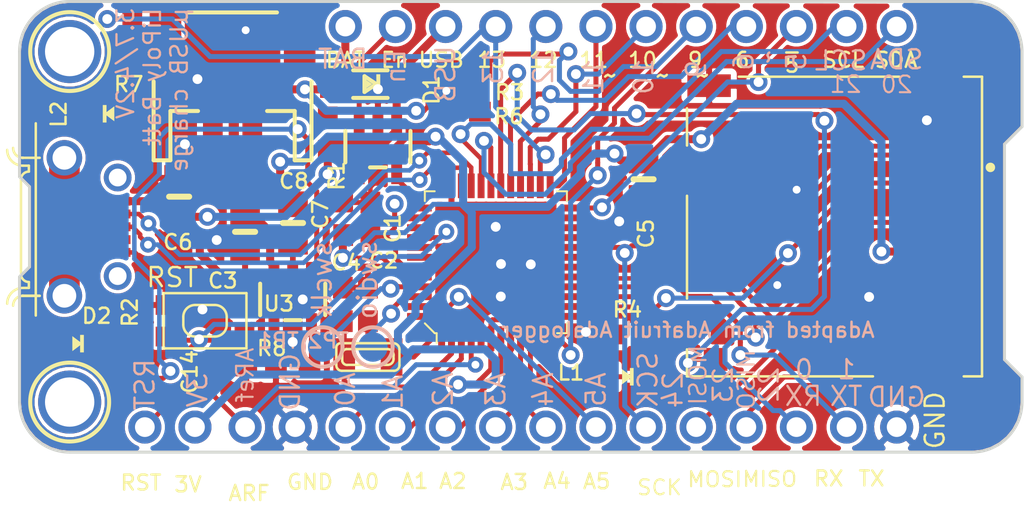
<source format=kicad_pcb>
(kicad_pcb (version 20171130) (host pcbnew "(5.0.0)")
  (layers (0 Top signal) (31 Bottom signal) (34 B.Paste user) (35 F.Paste user) (36 B.SilkS user) (37 F.SilkS user) (38 B.Mask user) (39 F.Mask user) (44 Edge.Cuts user))
  (net 0 "")
  (net 1 GND)
  (net 2 +3V3)
  (net 3 VBUS)
  (net 4 VBAT)
  (net 5 /AREF)
  (net 6 /D13)
  (net 7 /~RESET)
  (net 8 "Net-(U2-Pad4)")
  (net 9 /EN)
  (net 10 /A0)
  (net 11 /A1)
  (net 12 /A2)
  (net 13 /A3)
  (net 14 /A4)
  (net 15 /A5)
  (net 16 /SCK)
  (net 17 /MOSI)
  (net 18 /MISO)
  (net 19 /D0)
  (net 20 /D1)
  (net 21 /SDA)
  (net 22 /SCL)
  (net 23 /D5)
  (net 24 /D6)
  (net 25 /D9)
  (net 26 /D10)
  (net 27 /D11)
  (net 28 /D12)
  (net 29 "Net-(R8-Pad1)")
  (net 30 "Net-(R2-Pad2)")
  (net 31 /SWDIO)
  (net 32 /SWCLK)
  (net 33 "Net-(C1-Pad1)")
  (net 34 /D7)
  (net 35 /D2)
  (net 36 /D3)
  (net 37 /SD_CS)
  (net 38 /D8)
  (net 39 "Net-(C4-Pad1)")
  (net 40 "Net-(C2-Pad1)")
  (net 41 "Net-(L2-PadA)")
  (net 42 "Net-(CHG1-PadC)")
  (net 43 "Net-(U1-Pad22)")
  (net 44 "Net-(U1-Pad37)")
  (net 45 "Net-(U1-Pad38)")
  (net 46 "Net-(U1-Pad39)")
  (net 47 "Net-(U1-Pad41)")
  (net 48 "Net-(U1-Pad48)")
  (net 49 "Net-(J1-Pad4)")
  (net 50 "Net-(J2-Pad1)")
  (net 51 "Net-(J2-Pad8)")
  (net 52 "Net-(J2-PadSW_T)")
  (net 53 "Net-(J1-Pad3)")
  (net 54 "Net-(J1-Pad2)")
  (module "Adafruit Feather M0 Adalogger:0805-NO" (layer Top) (at 131.1891 103.4746 90)
    (fp_text reference C6 (at -2.7554 -0.8891 180) (layer F.SilkS) (effects (font (size 0.762 0.762) (thickness 0.127)) (justify left bottom)))
    (fp_text value 10µF)
    (pad 2 smd rect (at 0.95 0 90) (size 1.3 1.5) (layers Top F.Paste F.Mask) (net 1 GND))
    (pad 1 smd rect (at -0.95 0 90) (size 1.3 1.5) (layers Top F.Paste F.Mask) (net 3 VBUS))
  )
  (module "Adafruit Feather M0 Adalogger:0603-NO" (layer Top) (at 139.5011 104.5716 90)
    (fp_text reference C7 (at -0.6284 -0.7111 90) (layer F.SilkS) (effects (font (size 0.762 0.762) (thickness 0.127)) (justify left bottom)))
    (fp_text value 1uF)
    (pad 2 smd rect (at 0.85 0 90) (size 1.1 1) (layers Top F.Paste F.Mask) (net 1 GND))
    (pad 1 smd rect (at -0.85 0 90) (size 1.1 1) (layers Top F.Paste F.Mask) (net 2 +3V3))
  )
  (module "Adafruit Feather M0 Adalogger:0805-NO" (layer Top) (at 136.9591 104.8096 270)
    (fp_text reference C8 (at -2.5696 -0.8709) (layer F.SilkS) (effects (font (size 0.762 0.762) (thickness 0.127)) (justify right top)))
    (fp_text value 10µF)
    (pad 2 smd rect (at 0.95 0 270) (size 1.3 1.5) (layers Top F.Paste F.Mask) (net 1 GND))
    (pad 1 smd rect (at -0.95 0 270) (size 1.3 1.5) (layers Top F.Paste F.Mask) (net 2 +3V3))
  )
  (module "Adafruit Feather M0 Adalogger:CHIPLED_0805_NOOUTLINE" (layer Top) (at 127.65 99.27 90)
    (fp_text reference L2 (at 0.73 -3.01 90) (layer F.SilkS) (effects (font (size 0.762 0.762) (thickness 0.127)) (justify right top)))
    (fp_text value RED)
    (pad A smd rect (at 0 1.05 90) (size 1.2 1.2) (layers Top F.Paste F.Mask) (net 41 "Net-(L2-PadA)"))
    (pad C smd rect (at 0 -1.05 90) (size 1.2 1.2) (layers Top F.Paste F.Mask) (net 1 GND))
  )
  (module "Adafruit Feather M0 Adalogger:0603-NO" (layer Top) (at 133.74 112.089007)
    (fp_text reference C14 (at -1.57 1.460993 90) (layer F.SilkS) (effects (font (size 0.762 0.762) (thickness 0.127)) (justify left bottom)))
    (fp_text value 1uF)
    (pad 2 smd rect (at 0.85 0) (size 1.1 1) (layers Top F.Paste F.Mask) (net 1 GND))
    (pad 1 smd rect (at -0.85 0) (size 1.1 1) (layers Top F.Paste F.Mask) (net 5 /AREF))
  )
  (module "Adafruit Feather M0 Adalogger:0603-NO" (layer Top) (at 128.8161 95.4786 270)
    (fp_text reference R7 (at 1.8514 -0.6439 180) (layer F.SilkS) (effects (font (size 0.762 0.762) (thickness 0.127)) (justify right top)))
    (fp_text value 2.2K)
    (pad 2 smd rect (at 0.85 0 270) (size 1.1 1) (layers Top F.Paste F.Mask) (net 41 "Net-(L2-PadA)"))
    (pad 1 smd rect (at -0.85 0 270) (size 1.1 1) (layers Top F.Paste F.Mask) (net 6 /D13))
  )
  (module "Adafruit Feather M0 Adalogger:KMR2" (layer Top) (at 132.5 109.77 180)
    (fp_text reference SW1 hide)
    (fp_text value SPST_TACT-KMR2 hide)
    (pad 3 smd rect (at -2 -0.8 180) (size 1 1) (layers Top F.Paste F.Mask) (net 7 /~RESET))
    (pad 4 smd rect (at -2 0.8 180) (size 1 1) (layers Top F.Paste F.Mask) (net 1 GND))
    (pad 2 smd rect (at 2 0.8 180) (size 1 1) (layers Top F.Paste F.Mask) (net 1 GND))
    (pad 1 smd rect (at 2 -0.8 180) (size 1 1) (layers Top F.Paste F.Mask) (net 7 /~RESET))
  )
  (module "Adafruit Feather M0 Adalogger:MOUNTINGHOLE_2.5_PLATED" (layer Top) (at 125.6411 96.1136 270)
    (fp_text reference U$31 hide)
    (fp_text value MOUNTINGHOLE2.5 hide)
    (pad P$1 thru_hole circle (at 0 0 270) (size 3.2 3.2) (drill 2.5) (layers *.Cu *.Mask))
  )
  (module "Adafruit Feather M0 Adalogger:MOUNTINGHOLE_2.5_PLATED" (layer Top) (at 125.6411 113.8936 270)
    (fp_text reference U$32 hide)
    (fp_text value MOUNTINGHOLE2.5 hide)
    (pad P$1 thru_hole circle (at 0 0 270) (size 3.2 3.2) (drill 2.5) (layers *.Cu *.Mask))
  )
  (module "Adafruit Feather M0 Adalogger:SOT23-5" (layer Top) (at 141.2621 100.9396 180)
    (fp_text reference U2 hide)
    (fp_text value SPX3819-3.3)
    (pad 5 smd rect (at -0.95 -1.3001 180) (size 0.55 1.2) (layers Top F.Paste F.Mask) (net 2 +3V3))
    (pad 4 smd rect (at 0.95 -1.3001 180) (size 0.55 1.2) (layers Top F.Paste F.Mask) (net 8 "Net-(U2-Pad4)"))
    (pad 3 smd rect (at 0.95 1.3001 180) (size 0.55 1.2) (layers Top F.Paste F.Mask) (net 9 /EN))
    (pad 2 smd rect (at 0 1.3001 180) (size 0.55 1.2) (layers Top F.Paste F.Mask) (net 1 GND))
    (pad 1 smd rect (at -0.95 1.3001 180) (size 0.55 1.2) (layers Top F.Paste F.Mask) (net 3 VBUS))
  )
  (module "Adafruit Feather M0 Adalogger:SOD-123" (layer Top) (at 140.8811 97.7646 180)
    (fp_text reference D1 (at -2.6589 0.5246 90) (layer F.SilkS) (effects (font (size 0.762 0.762) (thickness 0.127)) (justify right top)))
    (fp_text value MBR120)
    (pad A smd rect (at 1.85 0 270) (size 1.4 1.4) (layers Top F.Paste F.Mask) (net 4 VBAT))
    (pad C smd rect (at -1.85 0 270) (size 1.4 1.4) (layers Top F.Paste F.Mask) (net 3 VBUS))
  )
  (module "Adafruit Feather M0 Adalogger:1X16_ROUND" (layer Top) (at 148.5011 115.1636 180)
    (fp_text reference JP1 hide)
    (fp_text value HEADER-1X16ROUND)
    (pad 16 thru_hole circle (at 19.05 0 270) (size 1.6764 1.6764) (drill 1) (layers *.Cu *.Mask) (net 7 /~RESET))
    (pad 15 thru_hole circle (at 16.51 0 270) (size 1.6764 1.6764) (drill 1) (layers *.Cu *.Mask) (net 2 +3V3))
    (pad 14 thru_hole circle (at 13.97 0 270) (size 1.6764 1.6764) (drill 1) (layers *.Cu *.Mask) (net 5 /AREF))
    (pad 13 thru_hole circle (at 11.43 0 270) (size 1.6764 1.6764) (drill 1) (layers *.Cu *.Mask) (net 1 GND))
    (pad 12 thru_hole circle (at 8.89 0 270) (size 1.6764 1.6764) (drill 1) (layers *.Cu *.Mask) (net 10 /A0))
    (pad 11 thru_hole circle (at 6.35 0 270) (size 1.6764 1.6764) (drill 1) (layers *.Cu *.Mask) (net 11 /A1))
    (pad 10 thru_hole circle (at 3.81 0 270) (size 1.6764 1.6764) (drill 1) (layers *.Cu *.Mask) (net 12 /A2))
    (pad 9 thru_hole circle (at 1.27 0 270) (size 1.6764 1.6764) (drill 1) (layers *.Cu *.Mask) (net 13 /A3))
    (pad 8 thru_hole circle (at -1.27 0 270) (size 1.6764 1.6764) (drill 1) (layers *.Cu *.Mask) (net 14 /A4))
    (pad 7 thru_hole circle (at -3.81 0 270) (size 1.6764 1.6764) (drill 1) (layers *.Cu *.Mask) (net 15 /A5))
    (pad 6 thru_hole circle (at -6.35 0 270) (size 1.6764 1.6764) (drill 1) (layers *.Cu *.Mask) (net 16 /SCK))
    (pad 5 thru_hole circle (at -8.89 0 270) (size 1.6764 1.6764) (drill 1) (layers *.Cu *.Mask) (net 17 /MOSI))
    (pad 4 thru_hole circle (at -11.43 0 270) (size 1.6764 1.6764) (drill 1) (layers *.Cu *.Mask) (net 18 /MISO))
    (pad 3 thru_hole circle (at -13.97 0 270) (size 1.6764 1.6764) (drill 1) (layers *.Cu *.Mask) (net 19 /D0))
    (pad 2 thru_hole circle (at -16.51 0 270) (size 1.6764 1.6764) (drill 1) (layers *.Cu *.Mask) (net 20 /D1))
    (pad 1 thru_hole circle (at -19.05 0 270) (size 1.6764 1.6764) (drill 1) (layers *.Cu *.Mask) (net 1 GND))
  )
  (module "Adafruit Feather M0 Adalogger:JSTPH2" (layer Top) (at 133.8961 97.1296)
    (fp_text reference X1 hide)
    (fp_text value JSTPH hide)
    (pad NC2 smd rect (at 3.4 -1.5 90) (size 3.4 1.6) (layers Top F.Paste F.Mask))
    (pad NC1 smd rect (at -3.4 -1.5 90) (size 3.4 1.6) (layers Top F.Paste F.Mask))
    (pad 2 smd rect (at 1 3.7) (size 1 4.6) (layers Top F.Paste F.Mask) (net 4 VBAT))
    (pad 1 smd rect (at -1 3.7) (size 1 4.6) (layers Top F.Paste F.Mask) (net 1 GND))
  )
  (module "Adafruit Feather M0 Adalogger:1X12_ROUND" (layer Top) (at 153.5811 94.8436)
    (fp_text reference JP3 hide)
    (fp_text value HEADER-1X12)
    (pad 12 thru_hole circle (at 13.97 0 90) (size 1.6764 1.6764) (drill 1) (layers *.Cu *.Mask) (net 21 /SDA))
    (pad 11 thru_hole circle (at 11.43 0 90) (size 1.6764 1.6764) (drill 1) (layers *.Cu *.Mask) (net 22 /SCL))
    (pad 10 thru_hole circle (at 8.89 0 90) (size 1.6764 1.6764) (drill 1) (layers *.Cu *.Mask) (net 23 /D5))
    (pad 9 thru_hole circle (at 6.35 0 90) (size 1.6764 1.6764) (drill 1) (layers *.Cu *.Mask) (net 24 /D6))
    (pad 8 thru_hole circle (at 3.81 0 90) (size 1.6764 1.6764) (drill 1) (layers *.Cu *.Mask) (net 25 /D9))
    (pad 7 thru_hole circle (at 1.27 0 90) (size 1.6764 1.6764) (drill 1) (layers *.Cu *.Mask) (net 26 /D10))
    (pad 6 thru_hole circle (at -1.27 0 90) (size 1.6764 1.6764) (drill 1) (layers *.Cu *.Mask) (net 27 /D11))
    (pad 5 thru_hole circle (at -3.81 0 90) (size 1.6764 1.6764) (drill 1) (layers *.Cu *.Mask) (net 28 /D12))
    (pad 4 thru_hole circle (at -6.35 0 90) (size 1.6764 1.6764) (drill 1) (layers *.Cu *.Mask) (net 6 /D13))
    (pad 3 thru_hole circle (at -8.89 0 90) (size 1.6764 1.6764) (drill 1) (layers *.Cu *.Mask) (net 3 VBUS))
    (pad 2 thru_hole circle (at -11.43 0 90) (size 1.6764 1.6764) (drill 1) (layers *.Cu *.Mask) (net 9 /EN))
    (pad 1 thru_hole circle (at -13.97 0 90) (size 1.6764 1.6764) (drill 1) (layers *.Cu *.Mask) (net 4 VBAT))
  )
  (module "Adafruit Feather M0 Adalogger:SOT23-5" (layer Top) (at 136.9441 108.6866 180)
    (fp_text reference U3 (at -0.1459 0.2266) (layer F.SilkS) (effects (font (size 0.762 0.762) (thickness 0.127)) (justify right top)))
    (fp_text value MCP73831T-2ACI/OT)
    (pad 5 smd rect (at -0.95 -1.3001 180) (size 0.55 1.2) (layers Top F.Paste F.Mask) (net 29 "Net-(R8-Pad1)"))
    (pad 4 smd rect (at 0.95 -1.3001 180) (size 0.55 1.2) (layers Top F.Paste F.Mask) (net 3 VBUS))
    (pad 3 smd rect (at 0.95 1.3001 180) (size 0.55 1.2) (layers Top F.Paste F.Mask) (net 4 VBAT))
    (pad 2 smd rect (at 0 1.3001 180) (size 0.55 1.2) (layers Top F.Paste F.Mask) (net 1 GND))
    (pad 1 smd rect (at -0.95 1.3001 180) (size 0.55 1.2) (layers Top F.Paste F.Mask) (net 30 "Net-(R2-Pad2)"))
  )
  (module "Adafruit Feather M0 Adalogger:CHIPLED_0805_NOOUTLINE" (layer Top) (at 126.03 110.93 270)
    (fp_text reference D2 (at -0.96 -0.15 180) (layer F.SilkS) (effects (font (size 0.762 0.762) (thickness 0.127)) (justify left bottom)))
    (fp_text value ORANGE)
    (pad A smd rect (at 0 1.05 270) (size 1.2 1.2) (layers Top F.Paste F.Mask) (net 3 VBUS))
    (pad C smd rect (at 0 -1.05 270) (size 1.2 1.2) (layers Top F.Paste F.Mask) (net 42 "Net-(CHG1-PadC)"))
  )
  (module "Adafruit Feather M0 Adalogger:0603-NO" (layer Top) (at 128.84 111.84 270)
    (fp_text reference R2 (at -1.67 -0.3 270) (layer F.SilkS) (effects (font (size 0.762 0.762) (thickness 0.127)) (justify left bottom)))
    (fp_text value 1K)
    (pad 2 smd rect (at 0.85 0 270) (size 1.1 1) (layers Top F.Paste F.Mask) (net 30 "Net-(R2-Pad2)"))
    (pad 1 smd rect (at -0.85 0 270) (size 1.1 1) (layers Top F.Paste F.Mask) (net 42 "Net-(CHG1-PadC)"))
  )
  (module "Adafruit Feather M0 Adalogger:0805-NO" (layer Top) (at 134.5311 105.2576 270)
    (fp_text reference C3 (at 2.0324 0.3011) (layer F.SilkS) (effects (font (size 0.762 0.762) (thickness 0.127)) (justify right top)))
    (fp_text value 10µF)
    (pad 2 smd rect (at 0.95 0 270) (size 1.3 1.5) (layers Top F.Paste F.Mask) (net 1 GND))
    (pad 1 smd rect (at -0.95 0 270) (size 1.3 1.5) (layers Top F.Paste F.Mask) (net 4 VBAT))
  )
  (module "Adafruit Feather M0 Adalogger:0603-NO" (layer Top) (at 136.9441 112.1156 180)
    (fp_text reference R8 (at 0.2341 1.3956) (layer F.SilkS) (effects (font (size 0.762 0.762) (thickness 0.127)) (justify right top)))
    (fp_text value 10K\)
    (pad 2 smd rect (at 0.85 0 180) (size 1.1 1) (layers Top F.Paste F.Mask) (net 1 GND))
    (pad 1 smd rect (at -0.85 0 180) (size 1.1 1) (layers Top F.Paste F.Mask) (net 29 "Net-(R8-Pad1)"))
  )
  (module "Adafruit Feather M0 Adalogger:0603-NO" (layer Top) (at 145.66 97.01)
    (fp_text reference R3 (at 1.45 1.62) (layer F.SilkS) (effects (font (size 0.762 0.762) (thickness 0.127)) (justify left bottom)))
    (fp_text value 100k)
    (pad 2 smd rect (at 0.85 0) (size 1.1 1) (layers Top F.Paste F.Mask) (net 25 /D9))
    (pad 1 smd rect (at -0.85 0) (size 1.1 1) (layers Top F.Paste F.Mask) (net 4 VBAT))
  )
  (module "Adafruit Feather M0 Adalogger:0603-NO" (layer Top) (at 145.5801 99.1616 180)
    (fp_text reference R6 (at -3.1499 0.2016) (layer F.SilkS) (effects (font (size 0.762 0.762) (thickness 0.127)) (justify right top)))
    (fp_text value 100K)
    (pad 2 smd rect (at 0.85 0 180) (size 1.1 1) (layers Top F.Paste F.Mask) (net 1 GND))
    (pad 1 smd rect (at -0.85 0 180) (size 1.1 1) (layers Top F.Paste F.Mask) (net 25 /D9))
  )
  (module "Adafruit Feather M0 Adalogger:0603-NO" (layer Top) (at 140.8811 104.6226 90)
    (fp_text reference C1 (at -1.2874 1.5789 90) (layer F.SilkS) (effects (font (size 0.762 0.762) (thickness 0.127)) (justify left bottom)))
    (fp_text value 1uF)
    (pad 2 smd rect (at 0.85 0 90) (size 1.1 1) (layers Top F.Paste F.Mask) (net 1 GND))
    (pad 1 smd rect (at -0.85 0 90) (size 1.1 1) (layers Top F.Paste F.Mask) (net 33 "Net-(C1-Pad1)"))
  )
  (module "Adafruit Feather M0 Adalogger:0603-NO" (layer Top) (at 140.7541 108.9406 90)
    (fp_text reference C2 (at 1.7706 -0.0241 180) (layer F.SilkS) (effects (font (size 0.762 0.762) (thickness 0.127)) (justify left bottom)))
    (fp_text value 22pF)
    (pad 2 smd rect (at 0.85 0 90) (size 1.1 1) (layers Top F.Paste F.Mask) (net 1 GND))
    (pad 1 smd rect (at -0.85 0 90) (size 1.1 1) (layers Top F.Paste F.Mask) (net 40 "Net-(C2-Pad1)"))
  )
  (module "Adafruit Feather M0 Adalogger:0603-NO" (layer Top) (at 139.4841 108.9406 90)
    (fp_text reference C4 (at 1.6706 -0.6541) (layer F.SilkS) (effects (font (size 0.762 0.762) (thickness 0.127)) (justify left bottom)))
    (fp_text value 22pF)
    (pad 2 smd rect (at 0.85 0 90) (size 1.1 1) (layers Top F.Paste F.Mask) (net 1 GND))
    (pad 1 smd rect (at -0.85 0 90) (size 1.1 1) (layers Top F.Paste F.Mask) (net 39 "Net-(C4-Pad1)"))
  )
  (module "Adafruit Feather M0 Adalogger:XTAL3215" (layer Top) (at 140.7541 111.6076)
    (fp_text reference X2 hide)
    (fp_text value 32.768)
    (pad P$2 smd rect (at -1.2 0 180) (size 1.1 1.9) (layers Top F.Paste F.Mask) (net 39 "Net-(C4-Pad1)"))
    (pad P$1 smd rect (at 1.2 0) (size 1.1 1.9) (layers Top F.Paste F.Mask) (net 40 "Net-(C2-Pad1)"))
  )
  (module "Adafruit Feather M0 Adalogger:0805-NO" (layer Top) (at 154.7241 102.5906 270)
    (fp_text reference C5 (at 1.9294 0.3241 90) (layer F.SilkS) (effects (font (size 0.762 0.762) (thickness 0.127)) (justify right top)))
    (fp_text value 10uF)
    (pad 2 smd rect (at 0.95 0 270) (size 1.3 1.5) (layers Top F.Paste F.Mask) (net 1 GND))
    (pad 1 smd rect (at -0.95 0 270) (size 1.3 1.5) (layers Top F.Paste F.Mask) (net 2 +3V3))
  )
  (module "Adafruit Feather M0 Adalogger:TESTPOINT_ROUND_1.5MM" (layer Bottom) (at 138.4681 111.0996 180)
    (fp_text reference TP1 (at 1.143 -0.127 180) (layer B.SilkS) (effects (font (size 0.762 0.762) (thickness 0.127)) (justify left bottom mirror)))
    (fp_text value TESTPOINTROUND1.5MM)
    (pad P$1 smd roundrect (at 0 0 180) (size 1.5 1.5) (layers Bottom B.Mask) (roundrect_rratio 0.5) (net 32 /SWCLK))
  )
  (module "Adafruit Feather M0 Adalogger:TESTPOINT_ROUND_1.5MM" (layer Bottom) (at 141.0081 111.0996 180)
    (fp_text reference TP2 (at 1.143 -0.127 180) (layer B.SilkS) (effects (font (size 0.762 0.762) (thickness 0.127)) (justify left bottom mirror)))
    (fp_text value TESTPOINTROUND1.5MM)
    (pad P$1 smd roundrect (at 0 0 180) (size 1.5 1.5) (layers Bottom B.Mask) (roundrect_rratio 0.5) (net 31 /SWDIO))
  )
  (module "Adafruit Feather M0 Adalogger:0603-NO" (layer Top) (at 138.7221 100.3046 90)
    (fp_text reference R1 (at -2.9454 0.8979 90) (layer F.SilkS) (effects (font (size 0.762 0.762) (thickness 0.127)) (justify left bottom)))
    (fp_text value 100k)
    (pad 2 smd rect (at 0.85 0 90) (size 1.1 1) (layers Top F.Paste F.Mask) (net 9 /EN))
    (pad 1 smd rect (at -0.85 0 90) (size 1.1 1) (layers Top F.Paste F.Mask) (net 3 VBUS))
  )
  (module "Adafruit Feather M0 Adalogger:CHIPLED_0805_NOOUTLINE" (layer Top) (at 153.89 112.61 270)
    (fp_text reference L1 (at 0.24 3.6) (layer F.SilkS) (effects (font (size 0.762 0.762) (thickness 0.127)) (justify left bottom)))
    (fp_text value GREEN)
    (pad A smd rect (at 0 1.05 270) (size 1.2 1.2) (layers Top F.Paste F.Mask) (net 38 /D8))
    (pad C smd rect (at 0 -1.05 270) (size 1.2 1.2) (layers Top F.Paste F.Mask) (net 38 /D8))
  )
  (module "Adafruit Feather M0 Adalogger:0603-NO" (layer Top) (at 153.9621 110.4646 180)
    (fp_text reference R4 (at -0.7679 1.7046) (layer F.SilkS) (effects (font (size 0.762 0.762) (thickness 0.127)) (justify right top)))
    (fp_text value 1K)
    (pad 2 smd rect (at 0.85 0 180) (size 1.1 1) (layers Top F.Paste F.Mask) (net 1 GND))
    (pad 1 smd rect (at -0.85 0 180) (size 1.1 1) (layers Top F.Paste F.Mask) (net 38 /D8))
  )
  (module digikey-footprints:TQFP-48_7x7mm (layer Top) (at 147.24 106.8 90)
    (fp_text reference U1 hide)
    (fp_text value ATSAMD21G18A-AUT)
    (pad 6 smd rect (at -3.875 -0.25 90) (size 1.25 0.35) (layers Top F.Paste F.Mask) (net 2 +3V3))
    (pad 5 smd rect (at -3.875 -0.75 90) (size 1.25 0.35) (layers Top F.Paste F.Mask) (net 1 GND))
    (pad 4 smd rect (at -3.875 -1.25 90) (size 1.25 0.35) (layers Top F.Paste F.Mask) (net 5 /AREF))
    (pad 3 smd rect (at -3.875 -1.75 90) (size 1.25 0.35) (layers Top F.Paste F.Mask) (net 10 /A0))
    (pad 2 smd rect (at -3.875 -2.25 90) (size 1.25 0.35) (layers Top F.Paste F.Mask) (net 39 "Net-(C4-Pad1)"))
    (pad 1 smd rect (at -3.875 -2.75 90) (size 1.25 0.35) (layers Top F.Paste F.Mask) (net 40 "Net-(C2-Pad1)"))
    (pad 7 smd rect (at -3.875 0.25 90) (size 1.25 0.35) (layers Top F.Paste F.Mask) (net 11 /A1))
    (pad 8 smd rect (at -3.875 0.75 90) (size 1.25 0.35) (layers Top F.Paste F.Mask) (net 12 /A2))
    (pad 9 smd rect (at -3.875 1.25 90) (size 1.25 0.35) (layers Top F.Paste F.Mask) (net 13 /A3))
    (pad 10 smd rect (at -3.875 1.75 90) (size 1.25 0.35) (layers Top F.Paste F.Mask) (net 14 /A4))
    (pad 11 smd rect (at -3.875 2.25 90) (size 1.25 0.35) (layers Top F.Paste F.Mask) (net 38 /D8))
    (pad 12 smd rect (at -3.875 2.75 90) (size 1.25 0.35) (layers Top F.Paste F.Mask) (net 25 /D9))
    (pad 18 smd rect (at -0.25 3.875 90) (size 0.35 1.25) (layers Top F.Paste F.Mask) (net 1 GND))
    (pad 17 smd rect (at -0.75 3.875 90) (size 0.35 1.25) (layers Top F.Paste F.Mask) (net 2 +3V3))
    (pad 16 smd rect (at -1.25 3.875 90) (size 0.35 1.25) (layers Top F.Paste F.Mask) (net 19 /D0))
    (pad 15 smd rect (at -1.75 3.875 90) (size 0.35 1.25) (layers Top F.Paste F.Mask) (net 20 /D1))
    (pad 14 smd rect (at -2.25 3.875 90) (size 0.35 1.25) (layers Top F.Paste F.Mask) (net 36 /D3))
    (pad 13 smd rect (at -2.75 3.875 90) (size 0.35 1.25) (layers Top F.Paste F.Mask) (net 37 /SD_CS))
    (pad 19 smd rect (at 0.25 3.875 90) (size 0.35 1.25) (layers Top F.Paste F.Mask) (net 17 /MOSI))
    (pad 20 smd rect (at 0.75 3.875 90) (size 0.35 1.25) (layers Top F.Paste F.Mask) (net 16 /SCK))
    (pad 21 smd rect (at 1.25 3.875 90) (size 0.35 1.25) (layers Top F.Paste F.Mask) (net 18 /MISO))
    (pad 22 smd rect (at 1.75 3.875 90) (size 0.35 1.25) (layers Top F.Paste F.Mask) (net 43 "Net-(U1-Pad22)"))
    (pad 23 smd rect (at 2.25 3.875 90) (size 0.35 1.25) (layers Top F.Paste F.Mask) (net 35 /D2))
    (pad 24 smd rect (at 2.75 3.875 90) (size 0.35 1.25) (layers Top F.Paste F.Mask) (net 23 /D5))
    (pad 25 smd rect (at 3.875 2.75 90) (size 1.25 0.35) (layers Top F.Paste F.Mask) (net 27 /D11))
    (pad 26 smd rect (at 3.875 2.25 90) (size 1.25 0.35) (layers Top F.Paste F.Mask) (net 6 /D13))
    (pad 27 smd rect (at 3.875 1.75 90) (size 1.25 0.35) (layers Top F.Paste F.Mask) (net 26 /D10))
    (pad 28 smd rect (at 3.875 1.25 90) (size 1.25 0.35) (layers Top F.Paste F.Mask) (net 28 /D12))
    (pad 29 smd rect (at 3.875 0.75 90) (size 1.25 0.35) (layers Top F.Paste F.Mask) (net 24 /D6))
    (pad 30 smd rect (at 3.875 0.25 90) (size 1.25 0.35) (layers Top F.Paste F.Mask) (net 34 /D7))
    (pad 31 smd rect (at 3.875 -0.25 90) (size 1.25 0.35) (layers Top F.Paste F.Mask) (net 21 /SDA))
    (pad 32 smd rect (at 3.875 -0.75 90) (size 1.25 0.35) (layers Top F.Paste F.Mask) (net 22 /SCL))
    (pad 33 smd rect (at 3.875 -1.25 90) (size 1.25 0.35) (layers Top F.Paste F.Mask) (net 54 "Net-(J1-Pad2)"))
    (pad 34 smd rect (at 3.875 -1.75 90) (size 1.25 0.35) (layers Top F.Paste F.Mask) (net 53 "Net-(J1-Pad3)"))
    (pad 35 smd rect (at 3.875 -2.25 90) (size 1.25 0.35) (layers Top F.Paste F.Mask) (net 1 GND))
    (pad 36 smd rect (at 3.875 -2.75 90) (size 1.25 0.35) (layers Top F.Paste F.Mask) (net 2 +3V3))
    (pad 37 smd rect (at 2.75 -3.875 90) (size 0.35 1.25) (layers Top F.Paste F.Mask) (net 44 "Net-(U1-Pad37)"))
    (pad 38 smd rect (at 2.25 -3.875 90) (size 0.35 1.25) (layers Top F.Paste F.Mask) (net 45 "Net-(U1-Pad38)"))
    (pad 39 smd rect (at 1.75 -3.875 90) (size 0.35 1.25) (layers Top F.Paste F.Mask) (net 46 "Net-(U1-Pad39)"))
    (pad 40 smd rect (at 1.25 -3.875 90) (size 0.35 1.25) (layers Top F.Paste F.Mask) (net 7 /~RESET))
    (pad 41 smd rect (at 0.75 -3.875 90) (size 0.35 1.25) (layers Top F.Paste F.Mask) (net 47 "Net-(U1-Pad41)"))
    (pad 42 smd rect (at 0.25 -3.875 90) (size 0.35 1.25) (layers Top F.Paste F.Mask) (net 1 GND))
    (pad 43 smd rect (at -0.25 -3.875 90) (size 0.35 1.25) (layers Top F.Paste F.Mask) (net 33 "Net-(C1-Pad1)"))
    (pad 44 smd rect (at -0.75 -3.875 90) (size 0.35 1.25) (layers Top F.Paste F.Mask) (net 2 +3V3))
    (pad 45 smd rect (at -1.25 -3.875 90) (size 0.35 1.25) (layers Top F.Paste F.Mask) (net 32 /SWCLK))
    (pad 46 smd rect (at -1.75 -3.875 90) (size 0.35 1.25) (layers Top F.Paste F.Mask) (net 31 /SWDIO))
    (pad 47 smd rect (at -2.25 -3.875 90) (size 0.35 1.25) (layers Top F.Paste F.Mask) (net 15 /A5))
    (pad 48 smd rect (at -2.75 -3.875 90) (size 0.35 1.25) (layers Top F.Paste F.Mask) (net 48 "Net-(U1-Pad48)"))
  )
  (module 10118194-0001LF:FRAMATOME_10118194-0001LF (layer Top) (at 125.3744 105.0036 270)
    (fp_text reference J1 hide)
    (fp_text value 10118194-0001LF hide)
    (fp_text user PCB~Edge (at 4.25835 1.50295 270) (layer Edge.Cuts) (effects (font (thickness 0.05))))
    (pad P$13 smd rect (at 3.05 0 270) (size 1.5 1.55) (layers Top F.Paste F.Mask))
    (pad P$12 smd rect (at -3.05 0 270) (size 1.5 1.55) (layers Top F.Paste F.Mask))
    (pad P$11 smd rect (at 1 0 270) (size 1.5 1.55) (layers Top F.Paste F.Mask))
    (pad P$10 smd rect (at -1 0 270) (size 1.5 1.55) (layers Top F.Paste F.Mask))
    (pad P$9 thru_hole circle (at 3.5 0 270) (size 1.8 1.8) (drill 1.2) (layers *.Cu *.Mask))
    (pad P$8 thru_hole circle (at -3.5 0 270) (size 1.8 1.8) (drill 1.2) (layers *.Cu *.Mask))
    (pad P$7 thru_hole circle (at 2.5 -2.7 270) (size 1.408 1.408) (drill 0.9) (layers *.Cu *.Mask))
    (pad P$6 thru_hole circle (at -2.5 -2.7 270) (size 1.408 1.408) (drill 0.9) (layers *.Cu *.Mask))
    (pad 5 smd rect (at 1.3 -2.675 90) (size 0.45 1.35) (layers Top F.Paste F.Mask) (net 1 GND))
    (pad 4 smd rect (at 0.65 -2.675 90) (size 0.45 1.35) (layers Top F.Paste F.Mask) (net 49 "Net-(J1-Pad4)"))
    (pad 3 smd rect (at 0 -2.675 90) (size 0.45 1.35) (layers Top F.Paste F.Mask) (net 53 "Net-(J1-Pad3)"))
    (pad 2 smd rect (at -0.65 -2.675 90) (size 0.45 1.35) (layers Top F.Paste F.Mask) (net 54 "Net-(J1-Pad2)"))
    (pad 1 smd rect (at -1.3 -2.675 90) (size 0.45 1.35) (layers Top F.Paste F.Mask) (net 3 VBUS))
  )
  (module 503182-1853:MOLEX_503182-1853 (layer Top) (at 164.4 104.99 270)
    (fp_text reference J2 hide)
    (fp_text value 503182-1853 hide)
    (pad SH3 smd rect (at 4.94 7.15 90) (size 1.5 1.15) (layers Top F.Paste F.Mask) (net 1 GND))
    (pad SH4 smd rect (at -2.84 7.15 90) (size 1.5 1.15) (layers Top F.Paste F.Mask) (net 1 GND))
    (pad SH5 smd rect (at -7.145 6.355) (size 2.2 1.15) (layers Top F.Paste F.Mask) (net 1 GND))
    (pad DET_T smd rect (at 6.74 6.025) (size 1.2 1.16) (layers Top F.Paste F.Mask) (net 34 /D7))
    (pad SW_T smd rect (at 6.74 -2.975) (size 1.25 1.16) (layers Top F.Paste F.Mask) (net 52 "Net-(J2-PadSW_T)"))
    (pad SH2 smd rect (at 7.145 -5.125) (size 2.2 1.15) (layers Top F.Paste F.Mask) (net 1 GND))
    (pad SH1 smd rect (at -7.245 -4.975) (size 2.5 0.95) (layers Top F.Paste F.Mask) (net 1 GND))
    (pad 8 smd rect (at 4.8 -5.605) (size 1.24 0.8) (layers Top F.Paste F.Mask) (net 51 "Net-(J2-Pad8)"))
    (pad 7 smd rect (at 3.7 -5.605) (size 1.24 0.8) (layers Top F.Paste F.Mask) (net 18 /MISO))
    (pad 6 smd rect (at 2.6 -5.605) (size 1.24 0.8) (layers Top F.Paste F.Mask) (net 1 GND))
    (pad 5 smd rect (at 1.5 -5.605) (size 1.24 0.8) (layers Top F.Paste F.Mask) (net 16 /SCK))
    (pad 4 smd rect (at 0.4 -5.605) (size 1.24 0.8) (layers Top F.Paste F.Mask) (net 2 +3V3))
    (pad 3 smd rect (at -0.7 -5.605) (size 1.24 0.8) (layers Top F.Paste F.Mask) (net 17 /MOSI))
    (pad 2 smd rect (at -1.8 -5.605) (size 1.24 0.8) (layers Top F.Paste F.Mask) (net 37 /SD_CS))
    (pad 1 smd rect (at -2.9 -5.605) (size 1.24 0.8) (layers Top F.Paste F.Mask) (net 50 "Net-(J2-Pad1)"))
  )
  (gr_text "Adapted from Adafruit Adalogger" (at 156.972 110.236) (layer B.SilkS) (effects (font (size 0.762 0.762) (thickness 0.127)) (justify mirror)))
  (gr_line (start 125.6411 116.4336) (end 171.3611 116.4336) (layer Edge.Cuts) (width 0.15))
  (gr_arc (start 171.3611 113.8936) (end 171.3611 116.4336) (angle -90) (layer Edge.Cuts) (width 0.15))
  (gr_line (start 173.9011 113.8936) (end 173.9011 112.6236) (layer Edge.Cuts) (width 0.15))
  (gr_line (start 173.9011 112.6236) (end 173.0121 111.7346) (layer Edge.Cuts) (width 0.15))
  (gr_line (start 173.0121 111.7346) (end 173.0121 100.8126) (layer Edge.Cuts) (width 0.15))
  (gr_line (start 173.0121 100.8126) (end 173.9011 99.9236) (layer Edge.Cuts) (width 0.15))
  (gr_line (start 173.9011 99.9236) (end 173.9011 96.1136) (layer Edge.Cuts) (width 0.15))
  (gr_arc (start 171.3611 96.1136) (end 173.9011 96.1136) (angle -90) (layer Edge.Cuts) (width 0.15))
  (gr_line (start 171.3611 93.5736) (end 125.6411 93.5736) (layer Edge.Cuts) (width 0.15))
  (gr_arc (start 125.6411 96.1136) (end 125.6411 93.5736) (angle -90) (layer Edge.Cuts) (width 0.15))
  (gr_line (start 123.1011 96.1136) (end 123.1011 102.4636) (layer Edge.Cuts) (width 0.15))
  (gr_line (start 123.1011 102.4636) (end 123.6091 102.9716) (layer Edge.Cuts) (width 0.15))
  (gr_line (start 123.6091 102.9716) (end 123.6091 107.0356) (layer Edge.Cuts) (width 0.15))
  (gr_line (start 123.6091 107.0356) (end 123.1011 107.5436) (layer Edge.Cuts) (width 0.15))
  (gr_line (start 123.1011 107.5436) (end 123.1011 113.8936) (layer Edge.Cuts) (width 0.15))
  (gr_arc (start 125.6411 113.8936) (end 123.1011 113.8936) (angle -90) (layer Edge.Cuts) (width 0.15))
  (gr_text USB (at 144.47 96.541516) (layer F.SilkS) (effects (font (size 0.762 0.762) (thickness 0.12192))))
  (gr_text RST (at 130.37 117.54) (layer F.SilkS) (effects (font (size 0.762 0.762) (thickness 0.12192)) (justify right top)))
  (gr_text "ARF\n" (at 135.85 118.07) (layer F.SilkS) (effects (font (size 0.762 0.762) (thickness 0.12192)) (justify right top)))
  (gr_text 3V (at 132.41 117.63) (layer F.SilkS) (effects (font (size 0.762 0.762) (thickness 0.12192)) (justify right top)))
  (gr_text A5 (at 153.12 117.47) (layer F.SilkS) (effects (font (size 0.762 0.762) (thickness 0.12192)) (justify right top)))
  (gr_text A4 (at 151.11 117.45) (layer F.SilkS) (effects (font (size 0.762 0.762) (thickness 0.12192)) (justify right top)))
  (gr_text A3 (at 148.94 117.51) (layer F.SilkS) (effects (font (size 0.762 0.762) (thickness 0.12192)) (justify right top)))
  (gr_text A2 (at 145.83 117.46) (layer F.SilkS) (effects (font (size 0.762 0.762) (thickness 0.12192)) (justify right top)))
  (gr_text A1 (at 143.9 117.46) (layer F.SilkS) (effects (font (size 0.762 0.762) (thickness 0.12192)) (justify right top)))
  (gr_text A0 (at 141.41 117.49) (layer F.SilkS) (effects (font (size 0.762 0.762) (thickness 0.12192)) (justify right top)))
  (gr_text 13 (at 147.03 96.541516) (layer F.SilkS) (effects (font (size 0.762 0.762) (thickness 0.12192))))
  (gr_text ~5 (at 162.69 96.342126) (layer F.SilkS) (effects (font (size 0.762 0.762) (thickness 0.127)) (justify right top)))
  (gr_text 11 (at 153.01 96.099556) (layer F.SilkS) (effects (font (size 0.762 0.762) (thickness 0.12192)) (justify right top)))
  (gr_text 10 (at 155.48 96.099556) (layer F.SilkS) (effects (font (size 0.762 0.762) (thickness 0.12192)) (justify right top)))
  (gr_text 9 (at 157.78 96.099556) (layer F.SilkS) (effects (font (size 0.762 0.762) (thickness 0.12192)) (justify right top)))
  (gr_text SCK (at 156.72 117.78) (layer F.SilkS) (effects (font (size 0.762 0.762) (thickness 0.1016)) (justify right top)))
  (gr_text MOSI (at 159.78 117.37) (layer F.SilkS) (effects (font (size 0.762 0.762) (thickness 0.10668)) (justify right top)))
  (gr_text MISO (at 161.12 117.8) (layer F.SilkS) (effects (font (size 0.762 0.762) (thickness 0.10668))))
  (gr_text SCL (at 165.98 96.098286) (layer F.SilkS) (effects (font (size 0.762 0.762) (thickness 0.127)) (justify right top)))
  (gr_text SDA (at 167.52 96.542786) (layer F.SilkS) (effects (font (size 0.762 0.762) (thickness 0.127))))
  (gr_text 21 (at 164.084 97.282) (layer B.SilkS) (effects (font (size 0.84455 0.84455) (thickness 0.10668)) (justify right top mirror)))
  (gr_text 20 (at 167.5511 97.79) (layer B.SilkS) (effects (font (size 0.84455 0.84455) (thickness 0.10668)) (justify mirror)))
  (gr_text RX (at 164.93 117.33) (layer F.SilkS) (effects (font (size 0.762 0.762) (thickness 0.12192)) (justify right top)))
  (gr_text TX (at 167.01 117.33) (layer F.SilkS) (effects (font (size 0.762 0.762) (thickness 0.12192)) (justify right top)))
  (gr_text BAT (at 140.7 96.099556) (layer F.SilkS) (effects (font (size 0.762 0.762) (thickness 0.12192)) (justify right top)))
  (gr_text 12 (at 150.45 96.099556) (layer F.SilkS) (effects (font (size 0.762 0.762) (thickness 0.12192)) (justify right top)))
  (gr_text 6 (at 160.17 96.098286) (layer F.SilkS) (effects (font (size 0.762 0.762) (thickness 0.127)) (justify right top)))
  (gr_text GND (at 137.82 117.95) (layer F.SilkS) (effects (font (size 0.762 0.762) (thickness 0.12192))))
  (gr_text En (at 142.89 96.099556) (layer F.SilkS) (effects (font (size 0.762 0.762) (thickness 0.12192)) (justify right top)))
  (gr_text GND (at 169.49 114.82 90) (layer F.SilkS) (effects (font (size 0.9652 0.9652) (thickness 0.12192))))
  (gr_text ~ (at 156.1211 96.7486) (layer F.SilkS) (effects (font (size 0.9652 0.9652) (thickness 0.12192)) (justify right top)))
  (gr_text ~ (at 158.1531 96.7486) (layer F.SilkS) (effects (font (size 0.9652 0.9652) (thickness 0.12192)) (justify right top)))
  (gr_text RST (at 130.84 107.57) (layer F.SilkS) (effects (font (size 0.9652 0.9652) (thickness 0.12192))))
  (gr_text 24 (at 156.21 113.284 -270) (layer B.SilkS) (effects (font (size 0.9652 0.9652) (thickness 0.12192)) (justify mirror)))
  (gr_text 23 (at 158.75 113.03 -270) (layer B.SilkS) (effects (font (size 0.9652 0.9652) (thickness 0.12192)) (justify mirror)))
  (gr_text 22 (at 161.0741 113.03 -270) (layer B.SilkS) (effects (font (size 0.9652 0.9652) (thickness 0.12192)) (justify mirror)))
  (gr_text ~ (at 153.4541 96.7486) (layer F.SilkS) (effects (font (size 0.9652 0.9652) (thickness 0.12192)) (justify right top)))
  (gr_text USB (at 144.6911 97.2566 -270) (layer B.SilkS) (effects (font (size 0.9652 0.9652) (thickness 0.12192)) (justify mirror)))
  (gr_text 13 (at 147.1041 96.8756 -270) (layer B.SilkS) (effects (font (size 0.9652 0.9652) (thickness 0.12192)) (justify mirror)))
  (gr_text 5 (at 162.4711 96.6216 -270) (layer B.SilkS) (effects (font (size 0.9652 0.9652) (thickness 0.12192)) (justify mirror)))
  (gr_text 11~ (at 152.1841 97.3836 -270) (layer B.SilkS) (effects (font (size 0.9652 0.9652) (thickness 0.12192)) (justify mirror)))
  (gr_text 10~ (at 154.7241 97.3836 -270) (layer B.SilkS) (effects (font (size 0.9652 0.9652) (thickness 0.12192)) (justify mirror)))
  (gr_text 9~ (at 157.3911 97.0026 -270) (layer B.SilkS) (effects (font (size 0.9652 0.9652) (thickness 0.12192)) (justify mirror)))
  (gr_text SCL (at 163.322 96.012) (layer B.SilkS) (effects (font (size 0.9652 0.9652) (thickness 0.12192)) (justify right top mirror)))
  (gr_text SDA (at 167.5511 96.52) (layer B.SilkS) (effects (font (size 0.9652 0.9652) (thickness 0.12192)) (justify mirror)))
  (gr_text BAT (at 139.4841 96.4946) (layer B.SilkS) (effects (font (size 0.9652 0.9652) (thickness 0.12192)) (justify mirror)))
  (gr_text 12 (at 149.6441 96.8756 -270) (layer B.SilkS) (effects (font (size 0.9652 0.9652) (thickness 0.12192)) (justify mirror)))
  (gr_text 6 (at 159.8041 96.6216 -270) (layer B.SilkS) (effects (font (size 0.9652 0.9652) (thickness 0.12192)) (justify mirror)))
  (gr_text En (at 142.1511 96.8756 -270) (layer B.SilkS) (effects (font (size 0.9652 0.9652) (thickness 0.12192)) (justify mirror)))
  (gr_text ~ (at 161.0741 96.3676 -90) (layer B.SilkS) (effects (font (size 0.9652 0.9652) (thickness 0.12192)) (justify mirror)))
  (gr_text RST (at 129.4511 113.0046 -270) (layer B.SilkS) (effects (font (size 0.9652 0.9652) (thickness 0.12192)) (justify mirror)))
  (gr_text ARef (at 134.5311 112.522 -270) (layer B.SilkS) (effects (font (size 0.84455 0.84455) (thickness 0.10668)) (justify mirror)))
  (gr_text 3V (at 132.1181 113.284 -270) (layer B.SilkS) (effects (font (size 0.9652 0.9652) (thickness 0.12192)) (justify mirror)))
  (gr_text A5 (at 152.3111 113.2586 -270) (layer B.SilkS) (effects (font (size 0.9652 0.9652) (thickness 0.12192)) (justify mirror)))
  (gr_text A4 (at 149.6441 113.2586 -270) (layer B.SilkS) (effects (font (size 0.9652 0.9652) (thickness 0.12192)) (justify mirror)))
  (gr_text A3 (at 147.2311 113.2586 -270) (layer B.SilkS) (effects (font (size 0.9652 0.9652) (thickness 0.12192)) (justify mirror)))
  (gr_text A2 (at 144.5641 113.2586 -270) (layer B.SilkS) (effects (font (size 0.9652 0.9652) (thickness 0.12192)) (justify mirror)))
  (gr_text A1 (at 142.0241 113.3856 -270) (layer B.SilkS) (effects (font (size 0.9652 0.9652) (thickness 0.12192)) (justify mirror)))
  (gr_text A0 (at 139.6111 113.2586 -270) (layer B.SilkS) (effects (font (size 0.9652 0.9652) (thickness 0.12192)) (justify mirror)))
  (gr_text SCK (at 154.94 112.776 -270) (layer B.SilkS) (effects (font (size 0.9652 0.9652) (thickness 0.12192)) (justify mirror)))
  (gr_text MOSI (at 157.48 112.522 -270) (layer B.SilkS) (effects (font (size 0.84455 0.84455) (thickness 0.10668)) (justify mirror)))
  (gr_text MISO (at 159.9311 112.7506 -270) (layer B.SilkS) (effects (font (size 0.84455 0.84455) (thickness 0.10668)) (justify mirror)))
  (gr_text 0 (at 162.8521 112.2426) (layer B.SilkS) (effects (font (size 0.9652 0.9652) (thickness 0.12192)) (justify mirror)))
  (gr_text 1 (at 165.0111 112.2426) (layer B.SilkS) (effects (font (size 0.9652 0.9652) (thickness 0.12192)) (justify mirror)))
  (gr_text RX (at 161.798 113.03) (layer B.SilkS) (effects (font (size 0.9652 0.9652) (thickness 0.12192)) (justify right top mirror)))
  (gr_text TX (at 164.084 113.03) (layer B.SilkS) (effects (font (size 0.9652 0.9652) (thickness 0.12192)) (justify right top mirror)))
  (gr_text GND (at 136.8171 112.8776 -270) (layer B.SilkS) (effects (font (size 0.9652 0.9652) (thickness 0.12192)) (justify mirror)))
  (gr_text GND (at 167.5511 113.6396) (layer B.SilkS) (effects (font (size 0.9652 0.9652) (thickness 0.12192)) (justify mirror)))
  (gr_text swclk (at 138.43 107.696 90) (layer B.SilkS) (effects (font (size 0.9652 0.9652) (thickness 0.12192)) (justify mirror)))
  (gr_text swdio (at 140.716 107.696 90) (layer B.SilkS) (effects (font (size 0.9652 0.9652) (thickness 0.12192)) (justify mirror)))
  (gr_text "3.7/4.2V\nLiPoly Batt\nµUSB charge" (at 129.8321 93.8276 -270) (layer B.SilkS) (effects (font (size 0.84455 0.84455) (thickness 0.11557)) (justify left mirror)))
  (segment (start 130.4991 109.1566) (end 134.4991 109.1566) (width 0.254) (layer Top) (net 1))
  (via (at 132.1181 97.5106) (size 0.9064) (drill 0.5) (layers Top Bottom) (net 1))
  (segment (start 137.0711 105.7596) (end 136.9591 105.7596) (width 0.254) (layer Top) (net 1))
  (via (at 136.9441 110.8456) (size 0.9064) (drill 0.5) (layers Top Bottom) (net 1))
  (segment (start 134.4991 109.1566) (end 134.6201 109.1566) (width 0.254) (layer Top) (net 1))
  (segment (start 144.9811 103.3066) (end 144.9811 104.5316) (width 0.254) (layer Top) (net 1))
  (segment (start 143.7561 106.5316) (end 146.9811 106.5316) (width 0.254) (layer Top) (net 1))
  (segment (start 150.7061 107.0316) (end 147.4811 107.0316) (width 0.254) (layer Top) (net 1))
  (segment (start 140.7541 108.0906) (end 139.4841 108.0906) (width 0.254) (layer Top) (net 1))
  (via (at 132.3721 109.1946) (size 0.9064) (drill 0.5) (layers Top Bottom) (net 1))
  (via (at 141.2621 98.0186) (size 0.9064) (drill 0.5) (layers Top Bottom) (net 1))
  (via (at 147.2311 105.0036) (size 0.9064) (drill 0.5) (layers Top Bottom) (net 1))
  (via (at 149.0091 106.9086) (size 0.9064) (drill 0.5) (layers Top Bottom) (net 1))
  (via (at 137.4521 108.6866) (size 0.9064) (drill 0.5) (layers Top Bottom) (net 1))
  (segment (start 141.2621 99.6395) (end 141.2621 98.3996) (width 0.254) (layer Top) (net 1))
  (via (at 131.4831 100.8126) (size 0.9064) (drill 0.5) (layers Top Bottom) (net 1))
  (segment (start 143.7561 106.5316) (end 143.1711 106.5316) (width 0.254) (layer Top) (net 1))
  (via (at 151.8031 110.3376) (size 0.9064) (drill 0.5) (layers Top Bottom) (net 1))
  (segment (start 151.8031 110.3376) (end 151.6761 110.4646) (width 0.254) (layer Bottom) (net 1))
  (via (at 166.1541 108.5596) (size 0.9064) (drill 0.5) (layers Top Bottom) (net 1))
  (segment (start 139.5521 103.7726) (end 139.5011 103.7216) (width 0.25) (layer Top) (net 1))
  (segment (start 140.8811 103.7726) (end 139.5521 103.7726) (width 0.25) (layer Top) (net 1))
  (via (at 147.49 108.54) (size 0.9064) (drill 0.5) (layers Top Bottom) (net 1))
  (via (at 153.49 104.73) (size 0.9064) (drill 0.5) (layers Top Bottom) (net 1))
  (segment (start 147.49 108.8) (end 147.49 108.54) (width 0.25) (layer Top) (net 1))
  (segment (start 147.242609 109.047391) (end 147.49 108.8) (width 0.25) (layer Top) (net 1))
  (segment (start 146.916871 109.047391) (end 147.242609 109.047391) (width 0.25) (layer Top) (net 1))
  (segment (start 146.529091 109.435171) (end 146.916871 109.047391) (width 0.25) (layer Top) (net 1))
  (segment (start 146.529091 109.760909) (end 146.529091 109.435171) (width 0.25) (layer Top) (net 1))
  (segment (start 146.49 109.8) (end 146.529091 109.760909) (width 0.25) (layer Top) (net 1))
  (segment (start 146.49 110.675) (end 146.49 109.8) (width 0.25) (layer Top) (net 1))
  (via (at 169.08 99.6) (size 0.9064) (drill 0.5) (layers Top Bottom) (net 1))
  (via (at 161.5 107.96) (size 0.8) (drill 0.4) (layers Top Bottom) (net 1))
  (via (at 162.480926 103.120926) (size 0.8) (drill 0.4) (layers Top Bottom) (net 1))
  (via (at 134.56 95.03) (size 0.8) (drill 0.4) (layers Top Bottom) (net 1))
  (via (at 144.73 98.11) (size 0.8) (drill 0.4) (layers Top Bottom) (net 1))
  (segment (start 144.7301 98.2501) (end 144.7301 99.1616) (width 0.25) (layer Top) (net 1))
  (segment (start 144.73 98.11) (end 144.7301 98.2501) (width 0.25) (layer Top) (net 1))
  (segment (start 135.33 111.428907) (end 135.33 111.02) (width 0.25) (layer Top) (net 1))
  (segment (start 134.6699 112.089007) (end 135.33 111.428907) (width 0.25) (layer Top) (net 1))
  (segment (start 140.8811 102.994) (end 141.23 102.6451) (width 0.2286) (layer Top) (net 1))
  (segment (start 140.8811 103.7726) (end 140.8811 102.994) (width 0.2286) (layer Top) (net 1))
  (via (at 133.092812 105.67469) (size 0.9064) (drill 0.5) (layers Top Bottom) (net 1))
  (segment (start 128.953 106.3036) (end 129.2794 106.63) (width 0.2286) (layer Top) (net 1))
  (segment (start 128.0494 106.3036) (end 128.953 106.3036) (width 0.2286) (layer Top) (net 1))
  (segment (start 127.078299 106.824701) (end 127.078299 107.908299) (width 0.2286) (layer Top) (net 1))
  (segment (start 128.0494 106.3036) (end 127.5994 106.3036) (width 0.2286) (layer Top) (net 1))
  (segment (start 127.5994 106.3036) (end 127.078299 106.824701) (width 0.2286) (layer Top) (net 1))
  (segment (start 144.4371 99.0346) (end 143.1671 100.3046) (width 0.254) (layer Top) (net 1))
  (segment (start 143.1671 100.3046) (end 143.0401 100.3046) (width 0.254) (layer Top) (net 1))
  (segment (start 144.5641 99.1616) (end 144.7301 99.1616) (width 0.254) (layer Top) (net 1))
  (segment (start 144.4371 99.0346) (end 144.5641 99.1616) (width 0.254) (layer Top) (net 1))
  (via (at 147.5 106.89) (size 0.9064) (drill 0.5) (layers Top Bottom) (net 1))
  (via (at 136.3091 101.7016) (size 0.9064) (drill 0.5) (layers Top Bottom) (net 2))
  (segment (start 144.3101 100.4316) (end 145.5801 101.7016) (width 0.4064) (layer Bottom) (net 2))
  (segment (start 145.5801 101.7016) (end 145.5801 103.8606) (width 0.4064) (layer Bottom) (net 2))
  (segment (start 139.5011 106.3985) (end 139.5011 105.4216) (width 0.254) (layer Top) (net 2))
  (segment (start 136.3091 101.7016) (end 136.3091 103.2096) (width 0.4064) (layer Top) (net 2))
  (segment (start 136.3091 103.2096) (end 136.9591 103.8596) (width 0.4064) (layer Top) (net 2))
  (segment (start 139.6746 106.4641) (end 139.5011 106.2906) (width 0.254) (layer Top) (net 2))
  (segment (start 139.5011 106.2906) (end 139.5011 105.4216) (width 0.254) (layer Top) (net 2))
  (segment (start 131.9911 115.1636) (end 134.6581 112.4966) (width 0.4064) (layer Bottom) (net 2))
  (segment (start 134.6581 112.4966) (end 141.8971 112.4966) (width 0.4064) (layer Bottom) (net 2))
  (segment (start 141.8971 112.4966) (end 142.7861 111.6076) (width 0.4064) (layer Bottom) (net 2))
  (segment (start 142.7861 111.6076) (end 142.7861 111.4806) (width 0.4064) (layer Bottom) (net 2))
  (via (at 157.6451 100.5586) (size 0.9064) (drill 0.5) (layers Top Bottom) (net 2))
  (segment (start 139.4841 105.9466) (end 139.5011 105.9296) (width 0.254) (layer Top) (net 2))
  (segment (start 139.5011 105.9296) (end 139.5011 105.4216) (width 0.254) (layer Top) (net 2))
  (segment (start 144.0694 103.8606) (end 145.5801 103.8606) (width 0.25) (layer Bottom) (net 2))
  (segment (start 142.63 105.3) (end 144.0694 103.8606) (width 0.25) (layer Bottom) (net 2))
  (segment (start 140.3731 106.0196) (end 141.0927 105.3) (width 0.25) (layer Bottom) (net 2))
  (segment (start 141.0927 105.3) (end 142.63 105.3) (width 0.25) (layer Bottom) (net 2))
  (via (at 139.49 106.58) (size 0.9064) (drill 0.5) (layers Top Bottom) (net 2))
  (segment (start 139.4841 105.9466) (end 139.49 106.58) (width 0.4064) (layer Top) (net 2))
  (segment (start 139.8227 106.57) (end 140.3731 106.0196) (width 0.4064) (layer Bottom) (net 2))
  (segment (start 139.79 106.57) (end 139.8227 106.57) (width 0.4064) (layer Bottom) (net 2))
  (segment (start 139.49 106.58) (end 139.78 106.58) (width 0.4064) (layer Bottom) (net 2))
  (segment (start 139.78 106.58) (end 139.79 106.57) (width 0.4064) (layer Bottom) (net 2))
  (segment (start 151.115 107.55) (end 150.35 107.55) (width 0.25) (layer Top) (net 2))
  (segment (start 150.35 107.55) (end 149.9743 107.9257) (width 0.25) (layer Top) (net 2))
  (segment (start 149.9743 107.9257) (end 149.9743 109.4994) (width 0.25) (layer Top) (net 2))
  (segment (start 143.365 107.55) (end 142.466905 107.55) (width 0.25) (layer Top) (net 2))
  (segment (start 142.466905 107.55) (end 141.661 106.744095) (width 0.25) (layer Top) (net 2))
  (segment (start 154.8594 101.6406) (end 154.7241 101.6406) (width 0.4064) (layer Top) (net 2))
  (segment (start 157.6451 100.5586) (end 155.9414 100.5586) (width 0.4064) (layer Top) (net 2))
  (segment (start 155.9414 100.5586) (end 154.8594 101.6406) (width 0.4064) (layer Top) (net 2))
  (via (at 153.251309 101.288603) (size 0.9064) (drill 0.5) (layers Top Bottom) (net 2))
  (segment (start 154.7241 101.6406) (end 153.5677 101.6406) (width 0.4064) (layer Top) (net 2))
  (segment (start 153.5677 101.6406) (end 153.251309 101.324209) (width 0.4064) (layer Top) (net 2))
  (segment (start 153.251309 101.324209) (end 153.251309 101.288603) (width 0.4064) (layer Top) (net 2))
  (via (at 166.780002 106.26) (size 0.9064) (drill 0.5) (layers Top Bottom) (net 2))
  (segment (start 167.7975 106.26) (end 167.420923 106.26) (width 0.4064) (layer Top) (net 2))
  (segment (start 167.420923 106.26) (end 166.780002 106.26) (width 0.4064) (layer Top) (net 2))
  (segment (start 168.6675 105.39) (end 167.7975 106.26) (width 0.25) (layer Top) (net 2))
  (segment (start 170.005 105.39) (end 168.6675 105.39) (width 0.25) (layer Top) (net 2))
  (segment (start 149.9743 109.4994) (end 149.7537 109.72) (width 0.254) (layer Top) (net 2))
  (segment (start 149.7537 109.72) (end 147.0787 109.72) (width 0.254) (layer Top) (net 2))
  (segment (start 147.07 109.72) (end 147.0787 109.72) (width 0.25) (layer Top) (net 2))
  (segment (start 146.99 109.8) (end 147.07 109.72) (width 0.25) (layer Top) (net 2))
  (segment (start 146.99 110.675) (end 146.99 109.8) (width 0.25) (layer Top) (net 2))
  (segment (start 146.99 110.675) (end 146.99 111.55) (width 0.25) (layer Top) (net 2))
  (segment (start 146.9811 111.5589) (end 146.99 111.55) (width 0.25) (layer Top) (net 2))
  (segment (start 146.9811 112.23436) (end 146.9811 111.5589) (width 0.25) (layer Top) (net 2))
  (segment (start 146.43 112.78) (end 146.2054 113.0046) (width 0.254) (layer Top) (net 2))
  (segment (start 146.2054 113.0046) (end 145.3261 113.0046) (width 0.254) (layer Top) (net 2))
  (via (at 145.3261 113.0046) (size 0.9064) (drill 0.5) (layers Top Bottom) (net 2))
  (segment (start 146.43546 112.78) (end 146.43 112.78) (width 0.254) (layer Top) (net 2))
  (segment (start 146.9811 112.23436) (end 146.43546 112.78) (width 0.254) (layer Top) (net 2))
  (segment (start 166.780002 100.676502) (end 166.780002 105.619079) (width 0.4064) (layer Bottom) (net 2))
  (segment (start 157.6451 100.5586) (end 159.440101 98.763599) (width 0.4064) (layer Bottom) (net 2))
  (segment (start 159.440101 98.763599) (end 164.867099 98.763599) (width 0.4064) (layer Bottom) (net 2))
  (segment (start 166.780002 105.619079) (end 166.780002 106.26) (width 0.4064) (layer Bottom) (net 2))
  (segment (start 164.867099 98.763599) (end 166.780002 100.676502) (width 0.4064) (layer Bottom) (net 2))
  (segment (start 151.543598 102.306402) (end 151.543598 101.988926) (width 0.4064) (layer Bottom) (net 2))
  (segment (start 152.243921 101.288603) (end 152.610388 101.288603) (width 0.4064) (layer Bottom) (net 2))
  (segment (start 149.8624 103.9876) (end 151.543598 102.306402) (width 0.4064) (layer Bottom) (net 2))
  (segment (start 145.7071 103.9876) (end 149.8624 103.9876) (width 0.4064) (layer Bottom) (net 2))
  (segment (start 145.5801 103.8606) (end 145.7071 103.9876) (width 0.4064) (layer Bottom) (net 2))
  (segment (start 151.543598 101.988926) (end 152.243921 101.288603) (width 0.4064) (layer Bottom) (net 2))
  (segment (start 152.610388 101.288603) (end 153.251309 101.288603) (width 0.4064) (layer Bottom) (net 2))
  (segment (start 142.2121 102.5647) (end 142.2121 102.2397) (width 0.254) (layer Top) (net 2))
  (segment (start 144.382898 103.404802) (end 143.052202 103.404802) (width 0.254) (layer Top) (net 2))
  (segment (start 144.4811 103.3066) (end 144.382898 103.404802) (width 0.254) (layer Top) (net 2))
  (segment (start 143.052202 103.404802) (end 142.2121 102.5647) (width 0.254) (layer Top) (net 2))
  (segment (start 137.4521 101.7016) (end 136.3091 101.7016) (width 0.4064) (layer Bottom) (net 2))
  (segment (start 142.2121 102.2397) (end 142.2121 101.6079) (width 0.254) (layer Top) (net 2))
  (segment (start 138.7221 100.4316) (end 144.1831 100.4316) (width 0.4064) (layer Bottom) (net 2))
  (segment (start 137.4521 101.7016) (end 138.7221 100.4316) (width 0.4064) (layer Bottom) (net 2))
  (segment (start 143.08 100.74) (end 143.8747 100.74) (width 0.254) (layer Top) (net 2))
  (segment (start 142.2121 101.6079) (end 143.08 100.74) (width 0.254) (layer Top) (net 2))
  (via (at 144.1831 100.4316) (size 0.9064) (drill 0.5) (layers Top Bottom) (net 2))
  (segment (start 143.8747 100.74) (end 144.1831 100.4316) (width 0.254) (layer Top) (net 2))
  (segment (start 144.3101 100.4316) (end 144.1831 100.4316) (width 0.254) (layer Bottom) (net 2))
  (segment (start 142.2781 110.9726) (end 142.7861 111.4806) (width 0.4064) (layer Bottom) (net 2))
  (segment (start 146.02 104.3005) (end 146.02 106.04) (width 0.4064) (layer Bottom) (net 2))
  (segment (start 145.5801 103.8606) (end 146.02 104.3005) (width 0.4064) (layer Bottom) (net 2))
  (segment (start 146.02 106.04) (end 143.1671 108.8929) (width 0.4064) (layer Bottom) (net 2))
  (segment (start 143.1671 108.8929) (end 143.1671 109.4486) (width 0.4064) (layer Bottom) (net 2))
  (segment (start 143.1671 109.4486) (end 142.2781 110.3376) (width 0.4064) (layer Bottom) (net 2))
  (segment (start 142.2781 110.3376) (end 142.2781 110.9726) (width 0.4064) (layer Bottom) (net 2))
  (segment (start 145.967021 113.0046) (end 145.3261 113.0046) (width 0.4064) (layer Bottom) (net 2))
  (segment (start 147.2311 112.6236) (end 146.8501 113.0046) (width 0.4064) (layer Bottom) (net 2))
  (segment (start 147.2311 111.7611) (end 147.2311 112.6236) (width 0.4064) (layer Bottom) (net 2))
  (segment (start 146.8501 113.0046) (end 145.967021 113.0046) (width 0.4064) (layer Bottom) (net 2))
  (segment (start 146.69 111.22) (end 147.2311 111.7611) (width 0.4064) (layer Bottom) (net 2))
  (segment (start 143.0467 111.22) (end 146.69 111.22) (width 0.4064) (layer Bottom) (net 2))
  (segment (start 142.7861 111.4806) (end 143.0467 111.22) (width 0.4064) (layer Bottom) (net 2))
  (segment (start 141.661 106.744095) (end 141.661 106.741) (width 0.2286) (layer Top) (net 2))
  (segment (start 141.5 106.58) (end 139.49 106.58) (width 0.2286) (layer Top) (net 2))
  (segment (start 141.661 106.741) (end 141.5 106.58) (width 0.2286) (layer Top) (net 2))
  (segment (start 128.3211 103.7036) (end 129.9291 103.7036) (width 0.4064) (layer Top) (net 3))
  (segment (start 128.2911 103.7336) (end 128.3211 103.7036) (width 0.254) (layer Top) (net 3))
  (via (at 132.6261 104.4956) (size 0.9064) (drill 0.5) (layers Top Bottom) (net 3))
  (segment (start 142.7311 97.7646) (end 142.7311 96.8036) (width 0.4064) (layer Top) (net 3))
  (segment (start 142.7311 96.8036) (end 144.6911 94.8436) (width 0.4064) (layer Top) (net 3))
  (segment (start 142.7311 97.7646) (end 142.2121 98.2836) (width 0.4064) (layer Top) (net 3))
  (segment (start 142.2121 98.2836) (end 142.2121 99.6395) (width 0.4064) (layer Top) (net 3))
  (segment (start 129.9291 103.7036) (end 130.6501 104.4246) (width 0.4064) (layer Top) (net 3))
  (segment (start 130.6501 104.4246) (end 131.1891 104.4246) (width 0.254) (layer Top) (net 3))
  (segment (start 131.1891 104.4246) (end 131.2601 104.4956) (width 0.254) (layer Top) (net 3))
  (segment (start 131.2601 104.4956) (end 132.6261 104.4956) (width 0.4064) (layer Top) (net 3))
  (segment (start 127.1244 103.7036) (end 128.0494 103.7036) (width 0.25) (layer Top) (net 3))
  (segment (start 126.66 104.168) (end 127.1244 103.7036) (width 0.25) (layer Top) (net 3))
  (segment (start 126.66 109.564998) (end 126.66 104.168) (width 0.25) (layer Top) (net 3))
  (segment (start 124.98 110.93) (end 125.294998 110.93) (width 0.25) (layer Top) (net 3))
  (segment (start 125.294998 110.93) (end 126.66 109.564998) (width 0.25) (layer Top) (net 3))
  (segment (start 132.236402 106.371074) (end 132.236402 105.408926) (width 0.4064) (layer Top) (net 3))
  (segment (start 135.9941 109.9867) (end 135.9941 108.9803) (width 0.4064) (layer Top) (net 3))
  (segment (start 132.236402 105.408926) (end 131.252076 104.4246) (width 0.4064) (layer Top) (net 3))
  (segment (start 135.9941 108.9803) (end 135.1924 108.1786) (width 0.4064) (layer Top) (net 3))
  (segment (start 135.1924 108.1786) (end 134.043928 108.1786) (width 0.4064) (layer Top) (net 3))
  (segment (start 134.043928 108.1786) (end 132.236402 106.371074) (width 0.4064) (layer Top) (net 3))
  (segment (start 131.252076 104.4246) (end 131.1891 104.4246) (width 0.4064) (layer Top) (net 3))
  (segment (start 139.1911 100.6856) (end 141.6544 100.6856) (width 0.4064) (layer Top) (net 3))
  (segment (start 138.7221 101.1546) (end 139.1911 100.6856) (width 0.4064) (layer Top) (net 3))
  (segment (start 141.6544 100.6856) (end 142.2121 100.1279) (width 0.4064) (layer Top) (net 3))
  (segment (start 142.2121 100.1279) (end 142.2121 99.6395) (width 0.4064) (layer Top) (net 3))
  (segment (start 138.7221 101.1546) (end 138.7221 102.327902) (width 0.4064) (layer Top) (net 3))
  (segment (start 138.7221 102.327902) (end 138.71 102.340002) (width 0.4064) (layer Top) (net 3))
  (segment (start 132.6261 104.4956) (end 136.554402 104.4956) (width 0.4064) (layer Bottom) (net 3))
  (segment (start 136.554402 104.4956) (end 138.256801 102.793201) (width 0.4064) (layer Bottom) (net 3))
  (segment (start 138.256801 102.793201) (end 138.71 102.340002) (width 0.4064) (layer Bottom) (net 3))
  (via (at 138.71 102.340002) (size 0.9064) (drill 0.5) (layers Top Bottom) (net 3))
  (segment (start 134.8961 100.8296) (end 134.9121 100.8136) (width 0.254) (layer Top) (net 4))
  (segment (start 134.9121 100.8136) (end 134.9121 98.1456) (width 0.4064) (layer Top) (net 4))
  (segment (start 139.6111 94.8436) (end 139.6111 97.1846) (width 0.4064) (layer Top) (net 4))
  (segment (start 139.6111 97.1846) (end 139.0311 97.7646) (width 0.4064) (layer Top) (net 4))
  (via (at 137.565318 98.033382) (size 0.9064) (drill 0.5) (layers Top Bottom) (net 4))
  (segment (start 134.8961 100.8296) (end 134.8961 103.9426) (width 0.4064) (layer Top) (net 4))
  (segment (start 134.8961 103.9426) (end 134.5311 104.3076) (width 0.254) (layer Top) (net 4))
  (segment (start 135.8011 105.2576) (end 134.8511 104.3076) (width 0.4064) (layer Top) (net 4))
  (segment (start 134.8511 104.3076) (end 134.5311 104.3076) (width 0.4064) (layer Top) (net 4))
  (segment (start 134.9121 98.1456) (end 135.024318 98.033382) (width 0.4064) (layer Top) (net 4))
  (segment (start 135.024318 98.033382) (end 137.565318 98.033382) (width 0.4064) (layer Top) (net 4))
  (segment (start 139.0311 97.7646) (end 138.762318 98.033382) (width 0.4064) (layer Top) (net 4))
  (segment (start 138.762318 98.033382) (end 137.565318 98.033382) (width 0.4064) (layer Top) (net 4))
  (segment (start 135.8011 105.2576) (end 135.8011 106.7816) (width 0.4064) (layer Top) (net 4))
  (segment (start 135.8011 106.7816) (end 135.9941 106.9746) (width 0.4064) (layer Top) (net 4))
  (segment (start 135.9941 106.9746) (end 135.9941 107.3865) (width 0.4064) (layer Top) (net 4))
  (segment (start 143.8021 97.9679) (end 143.8021 98.4386) (width 0.25) (layer Top) (net 4))
  (segment (start 144.76 97.01) (end 143.8021 97.9679) (width 0.25) (layer Top) (net 4))
  (segment (start 144.81 97.01) (end 144.76 97.01) (width 0.25) (layer Top) (net 4))
  (segment (start 142.559079 99.117852) (end 143.2 99.117852) (width 0.4064) (layer Bottom) (net 4))
  (segment (start 138.649788 99.117852) (end 142.559079 99.117852) (width 0.4064) (layer Bottom) (net 4))
  (segment (start 137.565318 98.033382) (end 138.649788 99.117852) (width 0.4064) (layer Bottom) (net 4))
  (segment (start 143.591848 99.117852) (end 143.2 99.117852) (width 0.254) (layer Top) (net 4))
  (segment (start 143.8021 98.4386) (end 143.8021 98.9076) (width 0.254) (layer Top) (net 4))
  (via (at 143.2 99.117852) (size 0.9064) (drill 0.5) (layers Top Bottom) (net 4))
  (segment (start 143.8021 98.9076) (end 143.591848 99.117852) (width 0.254) (layer Top) (net 4))
  (segment (start 132.9699 113.6024) (end 134.5311 115.1636) (width 0.254) (layer Top) (net 5))
  (segment (start 134.5311 114.6556) (end 134.5311 115.1636) (width 0.254) (layer Bottom) (net 5))
  (segment (start 132.9699 113.6024) (end 132.9699 112.089007) (width 0.254) (layer Top) (net 5))
  (segment (start 134.5311 114.7826) (end 134.5311 115.1636) (width 0.254) (layer Bottom) (net 5))
  (segment (start 136.1821 113.1316) (end 134.5311 114.7826) (width 0.254) (layer Bottom) (net 5))
  (segment (start 142.42 112.78) (end 142.0684 113.1316) (width 0.254) (layer Bottom) (net 5))
  (segment (start 142.0684 113.1316) (end 136.1821 113.1316) (width 0.254) (layer Bottom) (net 5))
  (segment (start 143.19899 112.00101) (end 145.637971 112.00101) (width 0.25) (layer Bottom) (net 5))
  (segment (start 145.637971 112.00101) (end 146.203656 112.00101) (width 0.25) (layer Bottom) (net 5))
  (segment (start 145.99 111.787354) (end 146.203656 112.00101) (width 0.25) (layer Top) (net 5))
  (segment (start 145.99 110.675) (end 145.99 111.787354) (width 0.25) (layer Top) (net 5))
  (segment (start 142.42 112.78) (end 143.19899 112.00101) (width 0.25) (layer Bottom) (net 5))
  (via (at 146.203656 112.00101) (size 0.8) (drill 0.4) (layers Top Bottom) (net 5))
  (via (at 127.5461 94.4626) (size 0.9064) (drill 0.5) (layers Top Bottom) (net 6))
  (segment (start 132.7531 96.3676) (end 145.1991 96.3676) (width 0.254) (layer Bottom) (net 6))
  (segment (start 146.7231 94.8436) (end 147.2311 94.8436) (width 0.254) (layer Bottom) (net 6))
  (segment (start 132.7531 96.3676) (end 130.8481 94.4626) (width 0.254) (layer Bottom) (net 6))
  (segment (start 128.8161 94.6286) (end 128.6501 94.4626) (width 0.254) (layer Top) (net 6))
  (segment (start 130.8481 94.4626) (end 127.5461 94.4626) (width 0.254) (layer Bottom) (net 6))
  (segment (start 145.1991 96.3676) (end 146.7231 94.8436) (width 0.254) (layer Bottom) (net 6))
  (segment (start 128.6501 94.4626) (end 127.5461 94.4626) (width 0.254) (layer Top) (net 6))
  (via (at 149.76 101.34) (size 0.9064) (drill 0.5) (layers Top Bottom) (net 6))
  (segment (start 149.49 101.61) (end 149.76 101.34) (width 0.25) (layer Top) (net 6))
  (segment (start 149.49 102.925) (end 149.49 101.61) (width 0.25) (layer Top) (net 6))
  (segment (start 149.75 101.35) (end 149.76 101.34) (width 0.254) (layer Bottom) (net 6))
  (segment (start 149.66 101.35) (end 149.75 101.35) (width 0.254) (layer Bottom) (net 6))
  (segment (start 147.2311 94.8436) (end 147.2311 98.9211) (width 0.254) (layer Bottom) (net 6))
  (segment (start 147.2311 98.9211) (end 149.66 101.35) (width 0.254) (layer Bottom) (net 6))
  (segment (start 129.4511 115.1636) (end 129.5781 115.1636) (width 0.254) (layer Top) (net 7))
  (segment (start 143.7561 105.5316) (end 143.1871 105.5316) (width 0.254) (layer Top) (net 7))
  (segment (start 138.7221 99.4546) (end 138.907 99.6395) (width 0.254) (layer Top) (net 9))
  (segment (start 138.907 99.6395) (end 140.3121 99.6395) (width 0.254) (layer Top) (net 9))
  (segment (start 144.9451 115.1636) (end 144.6911 115.1636) (width 0.254) (layer Top) (net 12))
  (segment (start 147.9811 113.6516) (end 147.7391 113.8936) (width 0.254) (layer Top) (net 12))
  (segment (start 147.7391 113.8936) (end 146.7231 113.8936) (width 0.254) (layer Top) (net 12))
  (segment (start 146.7231 113.8936) (end 145.4531 115.1636) (width 0.254) (layer Top) (net 12))
  (segment (start 145.4531 115.1636) (end 144.6911 115.1636) (width 0.254) (layer Top) (net 12))
  (segment (start 148.4811 113.9136) (end 147.2311 115.1636) (width 0.254) (layer Top) (net 13))
  (segment (start 143.7561 109.0316) (end 143.2031 109.0316) (width 0.254) (layer Top) (net 15))
  (segment (start 150.7181 106.0196) (end 150.7061 106.0316) (width 0.254) (layer Top) (net 16))
  (segment (start 154.8311 105.5316) (end 155.9941 104.3686) (width 0.254) (layer Top) (net 18))
  (segment (start 147.9811 103.3066) (end 147.9811 99.6576) (width 0.254) (layer Top) (net 24))
  (via (at 150.0251 98.2726) (size 0.9064) (drill 0.5) (layers Top Bottom) (net 24))
  (segment (start 149.3901 98.2726) (end 149.5171 98.2726) (width 0.254) (layer Top) (net 24))
  (segment (start 147.9811 99.6576) (end 149.3661 98.2726) (width 0.254) (layer Top) (net 24))
  (segment (start 147.7001 96.2406) (end 150.7871 96.2406) (width 0.254) (layer Top) (net 25))
  (segment (start 150.7871 96.2406) (end 150.9141 96.1136) (width 0.254) (layer Top) (net 25))
  (via (at 150.9141 96.1136) (size 0.9064) (drill 0.5) (layers Top Bottom) (net 25))
  (via (at 151.2951 97.2566) (size 0.9064) (drill 0.5) (layers Top Bottom) (net 26))
  (segment (start 154.7241 94.9706) (end 154.8511 94.8436) (width 0.254) (layer Bottom) (net 26))
  (segment (start 151.2951 97.2566) (end 152.4381 97.2566) (width 0.254) (layer Bottom) (net 26))
  (segment (start 152.4381 97.2566) (end 154.8511 94.8436) (width 0.254) (layer Bottom) (net 26))
  (segment (start 152.3111 98.9076) (end 152.3111 94.8436) (width 0.254) (layer Top) (net 27))
  (segment (start 137.8941 109.9867) (end 137.8941 112.0156) (width 0.254) (layer Top) (net 29))
  (segment (start 137.8941 112.0156) (end 137.7941 112.1156) (width 0.254) (layer Top) (net 29))
  (via (at 137.1981 100.0506) (size 0.9064) (drill 0.5) (layers Top Bottom) (net 30))
  (segment (start 141.3541 105.4726) (end 140.8811 105.4726) (width 0.254) (layer Top) (net 33))
  (segment (start 139.4841 109.7906) (end 139.5541 109.8606) (width 0.254) (layer Top) (net 39))
  (segment (start 139.5541 109.8606) (end 139.5541 111.6076) (width 0.254) (layer Top) (net 39))
  (segment (start 158.7681 108.0316) (end 159.5501 108.8136) (width 0.2286) (layer Top) (net 19))
  (segment (start 144.43 105.55) (end 144.73 105.25) (width 0.25) (layer Top) (net 7))
  (segment (start 143.365 105.55) (end 144.43 105.55) (width 0.25) (layer Top) (net 7))
  (via (at 144.73 105.25) (size 0.8) (drill 0.4) (layers Top Bottom) (net 7))
  (segment (start 134.84 109.9566) (end 135.0391 109.9566) (width 0.254) (layer Bottom) (net 7))
  (segment (start 137.9034 109.9566) (end 134.84 109.9566) (width 0.25) (layer Bottom) (net 7))
  (segment (start 141.35 106.51) (end 137.9034 109.9566) (width 0.25) (layer Bottom) (net 7))
  (segment (start 143.45 106.51) (end 141.35 106.51) (width 0.25) (layer Bottom) (net 7))
  (segment (start 144.73 105.25) (end 144.71 105.25) (width 0.25) (layer Bottom) (net 7))
  (segment (start 144.71 105.25) (end 143.45 106.51) (width 0.25) (layer Bottom) (net 7))
  (via (at 132.2 110.71) (size 0.9064) (drill 0.5) (layers Top Bottom) (net 7))
  (segment (start 130.4991 110.7566) (end 132.1534 110.7566) (width 0.254) (layer Top) (net 7))
  (segment (start 132.9534 109.9566) (end 132.653199 110.256801) (width 0.254) (layer Bottom) (net 7))
  (segment (start 132.2466 110.7566) (end 132.2 110.71) (width 0.254) (layer Top) (net 7))
  (segment (start 134.4991 110.7566) (end 132.2466 110.7566) (width 0.254) (layer Top) (net 7))
  (segment (start 132.653199 110.256801) (end 132.2 110.71) (width 0.254) (layer Bottom) (net 7))
  (segment (start 134.84 109.9566) (end 132.9534 109.9566) (width 0.254) (layer Bottom) (net 7))
  (segment (start 132.1534 110.7566) (end 132.2 110.71) (width 0.254) (layer Top) (net 7))
  (segment (start 130.409297 114.325401) (end 131.746801 112.987897) (width 0.254) (layer Top) (net 7))
  (segment (start 130.289299 114.325401) (end 130.409297 114.325401) (width 0.254) (layer Top) (net 7))
  (segment (start 131.746801 111.163199) (end 132.2 110.71) (width 0.254) (layer Top) (net 7))
  (segment (start 131.746801 112.987897) (end 131.746801 111.163199) (width 0.254) (layer Top) (net 7))
  (segment (start 129.4511 115.1636) (end 130.289299 114.325401) (width 0.254) (layer Top) (net 7))
  (segment (start 140.3121 96.6826) (end 142.1511 94.8436) (width 0.25) (layer Top) (net 9))
  (segment (start 140.3121 99.6395) (end 140.3121 96.6826) (width 0.25) (layer Top) (net 9))
  (segment (start 145.424998 111.762702) (end 145.1991 111.9886) (width 0.25) (layer Top) (net 10))
  (segment (start 145.49 110.675) (end 145.49 111.6977) (width 0.25) (layer Top) (net 10))
  (segment (start 145.49 111.6977) (end 145.424998 111.762702) (width 0.25) (layer Top) (net 10))
  (segment (start 143.2941 113.8936) (end 140.8811 113.8936) (width 0.254) (layer Top) (net 10))
  (segment (start 145.1991 111.9886) (end 143.2941 113.8936) (width 0.254) (layer Top) (net 10))
  (segment (start 140.8811 113.8936) (end 139.6111 115.1636) (width 0.254) (layer Top) (net 10))
  (segment (start 147.49 112.3647) (end 146.5961 113.2586) (width 0.25) (layer Top) (net 11))
  (segment (start 147.49 110.675) (end 147.49 112.3647) (width 0.25) (layer Top) (net 11))
  (segment (start 146.5961 113.2586) (end 145.9611 113.8936) (width 0.254) (layer Top) (net 11))
  (segment (start 144.1831 113.8936) (end 142.9131 115.1636) (width 0.254) (layer Top) (net 11))
  (segment (start 145.9611 113.8936) (end 144.1831 113.8936) (width 0.254) (layer Top) (net 11))
  (segment (start 142.9131 115.1636) (end 142.1511 115.1636) (width 0.254) (layer Top) (net 11))
  (segment (start 147.99 113.6427) (end 147.9811 113.6516) (width 0.25) (layer Top) (net 12))
  (segment (start 147.99 110.675) (end 147.99 113.6427) (width 0.25) (layer Top) (net 12))
  (segment (start 148.49 113.9047) (end 148.4811 113.9136) (width 0.25) (layer Top) (net 13))
  (segment (start 148.49 110.675) (end 148.49 113.9047) (width 0.25) (layer Top) (net 13))
  (segment (start 149.7636 115.1636) (end 149.7711 115.1636) (width 0.25) (layer Top) (net 14))
  (segment (start 148.99 110.675) (end 148.99 114.39) (width 0.25) (layer Top) (net 14))
  (segment (start 148.99 114.39) (end 149.7636 115.1636) (width 0.25) (layer Top) (net 14))
  (via (at 145.36 108.56) (size 0.9064) (drill 0.5) (layers Top Bottom) (net 15))
  (segment (start 143.365 109.05) (end 144.87 109.05) (width 0.25) (layer Top) (net 15))
  (segment (start 144.87 109.05) (end 144.906801 109.013199) (width 0.25) (layer Top) (net 15))
  (segment (start 144.906801 109.013199) (end 145.36 108.56) (width 0.25) (layer Top) (net 15))
  (segment (start 152.3111 115.1636) (end 145.7075 108.56) (width 0.254) (layer Bottom) (net 15))
  (segment (start 145.7075 108.56) (end 145.36 108.56) (width 0.254) (layer Bottom) (net 15))
  (segment (start 171.06 106.305) (end 170.875 106.49) (width 0.25) (layer Top) (net 16))
  (segment (start 170.875 106.49) (end 170.005 106.49) (width 0.25) (layer Top) (net 16))
  (segment (start 171.06 101.539998) (end 171.06 106.305) (width 0.25) (layer Top) (net 16))
  (segment (start 170.885001 101.364999) (end 171.06 101.539998) (width 0.25) (layer Top) (net 16))
  (segment (start 163.7411 102.8889) (end 165.265001 101.364999) (width 0.25) (layer Top) (net 16))
  (segment (start 165.265001 101.364999) (end 170.885001 101.364999) (width 0.25) (layer Top) (net 16))
  (segment (start 154.8511 115.1636) (end 153.77 114.0825) (width 0.254) (layer Bottom) (net 16))
  (segment (start 153.77 114.0825) (end 153.77 106.970921) (width 0.254) (layer Bottom) (net 16))
  (segment (start 153.77 106.970921) (end 153.77 106.33) (width 0.254) (layer Bottom) (net 16))
  (segment (start 153.49 106.05) (end 153.77 106.33) (width 0.25) (layer Top) (net 16))
  (segment (start 151.115 106.05) (end 153.49 106.05) (width 0.25) (layer Top) (net 16))
  (via (at 153.77 106.33) (size 0.9064) (drill 0.5) (layers Top Bottom) (net 16))
  (segment (start 153.77 106.32) (end 153.77 106.33) (width 0.254) (layer Top) (net 16))
  (segment (start 154.12 105.97) (end 153.77 106.32) (width 0.254) (layer Top) (net 16))
  (segment (start 163.7411 102.8889) (end 160.66 105.97) (width 0.254) (layer Top) (net 16))
  (segment (start 160.66 105.97) (end 154.12 105.97) (width 0.254) (layer Top) (net 16))
  (segment (start 151.115 106.55) (end 151.938262 106.55) (width 0.25) (layer Top) (net 17))
  (segment (start 157.3911 115.1636) (end 161.34 111.2147) (width 0.254) (layer Top) (net 17))
  (segment (start 161.34 109.75) (end 160.88 109.29) (width 0.25) (layer Top) (net 17))
  (segment (start 161.34 111.2147) (end 161.34 109.75) (width 0.25) (layer Top) (net 17))
  (segment (start 168.42 104.29) (end 170.005 104.29) (width 0.25) (layer Top) (net 17))
  (segment (start 167.93 104.78) (end 168.42 104.29) (width 0.25) (layer Top) (net 17))
  (segment (start 166.01 104.78) (end 167.93 104.78) (width 0.25) (layer Top) (net 17))
  (segment (start 163.2 107.59) (end 166.01 104.78) (width 0.25) (layer Top) (net 17))
  (segment (start 161.34 109.75) (end 163.2 107.89) (width 0.25) (layer Top) (net 17))
  (segment (start 163.2 107.89) (end 163.2 107.59) (width 0.25) (layer Top) (net 17))
  (segment (start 152.22 106.831738) (end 151.938262 106.55) (width 0.2286) (layer Top) (net 17))
  (segment (start 152.22 107.29) (end 152.22 106.831738) (width 0.2286) (layer Top) (net 17))
  (segment (start 154.432609 107.62) (end 152.55 107.62) (width 0.2286) (layer Top) (net 17))
  (segment (start 152.55 107.62) (end 152.22 107.29) (width 0.2286) (layer Top) (net 17))
  (segment (start 157.267391 107.56) (end 159.15 107.56) (width 0.254) (layer Top) (net 17))
  (segment (start 155.180224 106.939776) (end 156.647167 106.939776) (width 0.254) (layer Top) (net 17))
  (segment (start 154.5 107.62) (end 155.180224 106.939776) (width 0.254) (layer Top) (net 17))
  (segment (start 159.15 107.56) (end 160.88 109.29) (width 0.254) (layer Top) (net 17))
  (segment (start 156.647167 106.939776) (end 157.267391 107.56) (width 0.254) (layer Top) (net 17))
  (segment (start 154.432609 107.62) (end 154.5 107.62) (width 0.254) (layer Top) (net 17))
  (segment (start 164.0164 112.6236) (end 167.93 108.71) (width 0.254) (layer Top) (net 18))
  (segment (start 161.8361 112.6236) (end 164.0164 112.6236) (width 0.254) (layer Top) (net 18))
  (segment (start 159.9311 115.1636) (end 159.9311 114.5286) (width 0.254) (layer Top) (net 18))
  (segment (start 159.9311 114.5286) (end 161.8361 112.6236) (width 0.254) (layer Top) (net 18))
  (segment (start 155.9941 104.3686) (end 156.000901 104.361799) (width 0.25) (layer Top) (net 18))
  (segment (start 156.753537 104.361799) (end 156.760338 104.3686) (width 0.25) (layer Top) (net 18))
  (segment (start 156.760338 104.3686) (end 160.1914 104.3686) (width 0.25) (layer Top) (net 18))
  (segment (start 170.875 108.69) (end 170.005 108.69) (width 0.25) (layer Top) (net 18))
  (segment (start 171.071401 100.914988) (end 171.55 101.393587) (width 0.25) (layer Top) (net 18))
  (segment (start 163.645012 100.914988) (end 171.071401 100.914988) (width 0.25) (layer Top) (net 18))
  (segment (start 171.55 101.393587) (end 171.55 108.015) (width 0.25) (layer Top) (net 18))
  (segment (start 160.1914 104.3686) (end 163.645012 100.914988) (width 0.25) (layer Top) (net 18))
  (segment (start 171.55 108.015) (end 170.875 108.69) (width 0.25) (layer Top) (net 18))
  (segment (start 156.000901 104.361799) (end 156.753537 104.361799) (width 0.25) (layer Top) (net 18))
  (segment (start 152.0084 105.5316) (end 154.8311 105.5316) (width 0.25) (layer Top) (net 18))
  (segment (start 151.99 105.55) (end 152.0084 105.5316) (width 0.25) (layer Top) (net 18))
  (segment (start 151.115 105.55) (end 151.99 105.55) (width 0.25) (layer Top) (net 18))
  (segment (start 169.115 108.71) (end 167.93 108.71) (width 0.25) (layer Top) (net 18))
  (segment (start 169.135 108.69) (end 169.115 108.71) (width 0.25) (layer Top) (net 18))
  (segment (start 170.005 108.69) (end 169.135 108.69) (width 0.25) (layer Top) (net 18))
  (segment (start 162.4711 115.1636) (end 161.632901 114.325401) (width 0.254) (layer Bottom) (net 19))
  (segment (start 159.767501 110.619531) (end 160.408422 110.619531) (width 0.254) (layer Bottom) (net 19))
  (segment (start 158.84801 111.134422) (end 159.362901 110.619531) (width 0.254) (layer Bottom) (net 19))
  (segment (start 158.84801 111.883418) (end 158.84801 111.134422) (width 0.254) (layer Bottom) (net 19))
  (via (at 160.408422 110.619531) (size 0.9064) (drill 0.5) (layers Top Bottom) (net 19))
  (segment (start 159.362901 110.619531) (end 159.767501 110.619531) (width 0.254) (layer Bottom) (net 19))
  (segment (start 161.632901 114.325401) (end 161.289993 114.325401) (width 0.254) (layer Bottom) (net 19))
  (segment (start 161.289993 114.325401) (end 158.84801 111.883418) (width 0.254) (layer Bottom) (net 19))
  (segment (start 159.5501 108.8136) (end 160.408422 109.671922) (width 0.254) (layer Top) (net 19))
  (segment (start 160.408422 109.97861) (end 160.408422 110.619531) (width 0.254) (layer Top) (net 19))
  (segment (start 160.408422 109.671922) (end 160.408422 109.97861) (width 0.254) (layer Top) (net 19))
  (segment (start 157.099751 108.0316) (end 158.7681 108.0316) (width 0.25) (layer Top) (net 19))
  (segment (start 154.677844 108.05) (end 155.336057 107.391787) (width 0.25) (layer Top) (net 19))
  (segment (start 151.115 108.05) (end 154.677844 108.05) (width 0.25) (layer Top) (net 19))
  (segment (start 156.459938 107.391787) (end 157.099751 108.0316) (width 0.25) (layer Top) (net 19))
  (segment (start 155.336057 107.391787) (end 156.459938 107.391787) (width 0.25) (layer Top) (net 19))
  (segment (start 165.0111 115.1636) (end 161.35642 111.50892) (width 0.254) (layer Bottom) (net 20))
  (via (at 159.628212 111.50892) (size 0.9064) (drill 0.5) (layers Top Bottom) (net 20))
  (segment (start 160.269133 111.50892) (end 159.628212 111.50892) (width 0.254) (layer Bottom) (net 20))
  (segment (start 161.35642 111.50892) (end 160.269133 111.50892) (width 0.254) (layer Bottom) (net 20))
  (segment (start 159.628212 110.867999) (end 159.628212 111.50892) (width 0.254) (layer Top) (net 20))
  (segment (start 159.628212 110.034712) (end 159.628212 110.867999) (width 0.254) (layer Top) (net 20))
  (segment (start 158.1251 108.5316) (end 159.628212 110.034712) (width 0.254) (layer Top) (net 20))
  (segment (start 156.96334 108.5316) (end 158.1251 108.5316) (width 0.25) (layer Top) (net 20))
  (segment (start 155.491062 107.841798) (end 156.273538 107.841798) (width 0.25) (layer Top) (net 20))
  (segment (start 151.115 108.55) (end 154.78286 108.55) (width 0.25) (layer Top) (net 20))
  (segment (start 154.78286 108.55) (end 155.491062 107.841798) (width 0.25) (layer Top) (net 20))
  (segment (start 156.273538 107.841798) (end 156.96334 108.5316) (width 0.25) (layer Top) (net 20))
  (segment (start 146.637864 102.251364) (end 146.637864 101.284757) (width 0.254) (layer Bottom) (net 21))
  (segment (start 149.74757 103.3526) (end 147.7391 103.3526) (width 0.254) (layer Bottom) (net 21))
  (segment (start 151.013387 101.769306) (end 151.013387 102.086783) (width 0.254) (layer Bottom) (net 21))
  (via (at 146.637864 100.643836) (size 0.9064) (drill 0.5) (layers Top Bottom) (net 21))
  (segment (start 151.013387 102.086783) (end 149.74757 103.3526) (width 0.254) (layer Bottom) (net 21))
  (segment (start 147.7391 103.3526) (end 146.637864 102.251364) (width 0.254) (layer Bottom) (net 21))
  (segment (start 165.7731 96.6216) (end 158.926332 96.6216) (width 0.254) (layer Bottom) (net 21))
  (segment (start 146.637864 101.284757) (end 146.637864 100.643836) (width 0.254) (layer Bottom) (net 21))
  (segment (start 155.039531 100.508401) (end 152.274292 100.508401) (width 0.254) (layer Bottom) (net 21))
  (segment (start 158.926332 96.6216) (end 155.039531 100.508401) (width 0.254) (layer Bottom) (net 21))
  (segment (start 167.5511 94.8436) (end 165.7731 96.6216) (width 0.254) (layer Bottom) (net 21))
  (segment (start 146.9811 100.987072) (end 146.637864 100.643836) (width 0.254) (layer Top) (net 21))
  (segment (start 152.274292 100.508401) (end 151.013387 101.769306) (width 0.254) (layer Bottom) (net 21))
  (segment (start 146.9811 103.3066) (end 146.9811 100.987072) (width 0.254) (layer Top) (net 21))
  (segment (start 147.9931 100.8131) (end 147.9931 102.31) (width 0.254) (layer Bottom) (net 22))
  (segment (start 146.9766 99.7966) (end 147.9931 100.8131) (width 0.254) (layer Bottom) (net 22))
  (segment (start 147.9931 102.31) (end 150.148101 102.31) (width 0.254) (layer Bottom) (net 22))
  (segment (start 150.559376 101.898725) (end 150.559377 101.581248) (width 0.254) (layer Bottom) (net 22))
  (segment (start 150.559377 101.581248) (end 152.086235 100.05439) (width 0.254) (layer Bottom) (net 22))
  (segment (start 154.72031 100.05439) (end 158.6611 96.1136) (width 0.254) (layer Bottom) (net 22))
  (segment (start 164.3761 94.8436) (end 165.0111 94.8436) (width 0.254) (layer Bottom) (net 22))
  (segment (start 145.4531 100.4316) (end 145.4531 100.3046) (width 0.254) (layer Top) (net 22))
  (segment (start 145.9611 99.7966) (end 146.9766 99.7966) (width 0.254) (layer Bottom) (net 22))
  (segment (start 163.1061 96.1136) (end 164.3761 94.8436) (width 0.254) (layer Bottom) (net 22))
  (segment (start 145.4531 100.3046) (end 145.9611 99.7966) (width 0.254) (layer Bottom) (net 22))
  (via (at 145.4531 100.3046) (size 0.9064) (drill 0.5) (layers Top Bottom) (net 22))
  (segment (start 150.148101 102.31) (end 150.559376 101.898725) (width 0.254) (layer Bottom) (net 22))
  (segment (start 146.49 102.925) (end 146.49 101.55) (width 0.2286) (layer Top) (net 22))
  (segment (start 158.6611 96.1136) (end 163.1061 96.1136) (width 0.254) (layer Bottom) (net 22))
  (segment (start 152.086235 100.05439) (end 154.72031 100.05439) (width 0.254) (layer Bottom) (net 22))
  (segment (start 146.49 101.55) (end 145.4531 100.5131) (width 0.2286) (layer Top) (net 22))
  (segment (start 145.4531 100.5131) (end 145.4531 100.3046) (width 0.2286) (layer Top) (net 22))
  (via (at 152.62 104.02) (size 0.9064) (drill 0.5) (layers Top Bottom) (net 23))
  (segment (start 151.4661 104.0316) (end 150.7061 104.0316) (width 0.254) (layer Top) (net 23))
  (segment (start 152.59 104.05) (end 152.62 104.02) (width 0.25) (layer Top) (net 23))
  (segment (start 151.115 104.05) (end 152.59 104.05) (width 0.25) (layer Top) (net 23))
  (segment (start 162.4711 94.8436) (end 160.55 96.7647) (width 0.254) (layer Top) (net 23))
  (segment (start 158.98 97.66) (end 159.909079 97.66) (width 0.254) (layer Bottom) (net 23))
  (segment (start 159.909079 97.66) (end 160.55 97.66) (width 0.254) (layer Bottom) (net 23))
  (segment (start 152.62 104.02) (end 158.98 97.66) (width 0.254) (layer Bottom) (net 23))
  (segment (start 160.55 97.019079) (end 160.55 97.66) (width 0.254) (layer Top) (net 23))
  (segment (start 160.55 96.7647) (end 160.55 97.019079) (width 0.254) (layer Top) (net 23))
  (via (at 160.55 97.66) (size 0.9064) (drill 0.5) (layers Top Bottom) (net 23))
  (segment (start 149.5171 98.2726) (end 150.0251 98.2726) (width 0.254) (layer Top) (net 24))
  (segment (start 149.3661 98.2726) (end 149.3901 98.2726) (width 0.254) (layer Top) (net 24))
  (segment (start 152.759711 98.585989) (end 150.338489 98.585989) (width 0.254) (layer Bottom) (net 24))
  (segment (start 150.338489 98.585989) (end 150.0251 98.2726) (width 0.254) (layer Bottom) (net 24))
  (segment (start 153.9621 97.3836) (end 152.759711 98.585989) (width 0.254) (layer Bottom) (net 24))
  (segment (start 159.9311 94.8436) (end 159.1691 94.8436) (width 0.254) (layer Bottom) (net 24))
  (segment (start 159.1691 94.8436) (end 156.6291 97.3836) (width 0.254) (layer Bottom) (net 24))
  (segment (start 156.6291 97.3836) (end 153.9621 97.3836) (width 0.254) (layer Bottom) (net 24))
  (segment (start 150.9141 96.1136) (end 150.460901 96.566799) (width 0.254) (layer Bottom) (net 25))
  (segment (start 153.7081 96.8756) (end 155.3591 96.8756) (width 0.254) (layer Bottom) (net 25))
  (segment (start 150.460901 97.565401) (end 151.02748 98.13198) (width 0.254) (layer Bottom) (net 25))
  (segment (start 155.3591 96.8756) (end 156.552901 95.681799) (width 0.254) (layer Bottom) (net 25))
  (segment (start 151.02748 98.13198) (end 152.45172 98.13198) (width 0.254) (layer Bottom) (net 25))
  (segment (start 150.460901 96.566799) (end 150.460901 97.565401) (width 0.254) (layer Bottom) (net 25))
  (segment (start 152.45172 98.13198) (end 153.7081 96.8756) (width 0.254) (layer Bottom) (net 25))
  (segment (start 156.552901 95.681799) (end 157.3911 94.8436) (width 0.254) (layer Bottom) (net 25))
  (segment (start 147.3294 96.2406) (end 147.7001 96.2406) (width 0.25) (layer Top) (net 25))
  (segment (start 146.51 97.01) (end 146.56 97.01) (width 0.25) (layer Top) (net 25))
  (segment (start 146.56 97.01) (end 147.3294 96.2406) (width 0.25) (layer Top) (net 25))
  (segment (start 146.51 99.0817) (end 146.4301 99.1616) (width 0.25) (layer Top) (net 25))
  (segment (start 146.51 97.01) (end 146.51 99.0817) (width 0.25) (layer Top) (net 25))
  (via (at 152.4 102.39) (size 0.9064) (drill 0.5) (layers Top Bottom) (net 25))
  (segment (start 152.4 101.749079) (end 152.4 102.39) (width 0.254) (layer Top) (net 25))
  (segment (start 157.3911 94.8436) (end 153.25 98.9847) (width 0.254) (layer Top) (net 25))
  (segment (start 153.25 99.75) (end 153.25 98.9847) (width 0.25) (layer Top) (net 25))
  (segment (start 152.4 101.749079) (end 152.4 100.6) (width 0.25) (layer Top) (net 25))
  (segment (start 152.4 100.6) (end 153.25 99.75) (width 0.25) (layer Top) (net 25))
  (via (at 151.03 111.51) (size 0.9064) (drill 0.5) (layers Top Bottom) (net 25))
  (segment (start 151.03 103.76) (end 151.03 110.869079) (width 0.254) (layer Bottom) (net 25))
  (segment (start 151.03 110.869079) (end 151.03 111.51) (width 0.254) (layer Bottom) (net 25))
  (segment (start 151.0596 111.6904) (end 151.03 111.6608) (width 0.254) (layer Top) (net 25))
  (segment (start 151.03 111.6608) (end 151.03 111.51) (width 0.254) (layer Top) (net 25))
  (segment (start 151.03 111.29) (end 151.03 111.51) (width 0.25) (layer Top) (net 25))
  (segment (start 150.415 110.675) (end 151.03 111.29) (width 0.25) (layer Top) (net 25))
  (segment (start 149.99 110.675) (end 150.415 110.675) (width 0.25) (layer Top) (net 25))
  (segment (start 152.4 102.39) (end 151.03 103.76) (width 0.254) (layer Bottom) (net 25))
  (segment (start 148.981799 101.823537) (end 148.981799 100.966463) (width 0.25) (layer Top) (net 26))
  (segment (start 148.99 102.925) (end 148.99 101.831738) (width 0.25) (layer Top) (net 26))
  (segment (start 148.99 101.831738) (end 148.981799 101.823537) (width 0.25) (layer Top) (net 26))
  (segment (start 148.981799 100.966463) (end 149.389662 100.5586) (width 0.25) (layer Top) (net 26))
  (segment (start 149.389662 100.5586) (end 149.5171 100.5586) (width 0.25) (layer Top) (net 26))
  (segment (start 149.8981 100.5586) (end 151.2951 99.1616) (width 0.254) (layer Top) (net 26))
  (segment (start 149.5171 100.5586) (end 149.8981 100.5586) (width 0.254) (layer Top) (net 26))
  (segment (start 151.2951 99.1616) (end 151.2951 97.2566) (width 0.254) (layer Top) (net 26))
  (segment (start 150.72 100.4987) (end 152.3111 98.9076) (width 0.25) (layer Top) (net 27))
  (segment (start 150.72 102.62) (end 150.72 100.4987) (width 0.25) (layer Top) (net 27))
  (segment (start 149.99 102.925) (end 150.415 102.925) (width 0.25) (layer Top) (net 27))
  (segment (start 150.415 102.925) (end 150.72 102.62) (width 0.25) (layer Top) (net 27))
  (segment (start 148.4811 100.6656) (end 148.4811 103.3066) (width 0.254) (layer Top) (net 28))
  (segment (start 149.5 99.3) (end 149.1361 98.9076) (width 0.254) (layer Bottom) (net 28))
  (segment (start 149.1361 98.9076) (end 149.1361 95.4786) (width 0.254) (layer Bottom) (net 28))
  (segment (start 149.1361 95.4786) (end 149.7711 94.8436) (width 0.254) (layer Bottom) (net 28))
  (segment (start 149.5 99.3) (end 149.6441 99.5026) (width 0.254) (layer Top) (net 28))
  (segment (start 149.6441 99.5026) (end 148.4811 100.6656) (width 0.254) (layer Top) (net 28))
  (via (at 149.5 99.3) (size 0.9064) (drill 0.5) (layers Top Bottom) (net 28))
  (segment (start 128.49 111.15) (end 128.539998 111.15) (width 0.25) (layer Top) (net 42))
  (via (at 130.75 112.32) (size 0.9064) (drill 0.5) (layers Top Bottom) (net 30))
  (segment (start 130.38 112.69) (end 130.75 112.32) (width 0.25) (layer Top) (net 30))
  (segment (start 128.84 112.69) (end 130.38 112.69) (width 0.25) (layer Top) (net 30))
  (segment (start 130.186801 111.756801) (end 130.296801 111.866801) (width 0.254) (layer Bottom) (net 30))
  (segment (start 130.296801 111.866801) (end 130.75 112.32) (width 0.254) (layer Bottom) (net 30))
  (segment (start 130.5941 100.0506) (end 130.186801 100.457899) (width 0.254) (layer Bottom) (net 30))
  (segment (start 137.1981 100.0506) (end 130.5941 100.0506) (width 0.254) (layer Bottom) (net 30))
  (segment (start 128.92 103.596801) (end 130.186801 102.33) (width 0.2286) (layer Bottom) (net 30))
  (segment (start 130.186801 111.756801) (end 130.186801 107.896801) (width 0.2286) (layer Bottom) (net 30))
  (segment (start 128.92 106.63) (end 128.92 103.596801) (width 0.2286) (layer Bottom) (net 30))
  (segment (start 130.186801 100.457899) (end 130.186801 102.33) (width 0.254) (layer Bottom) (net 30))
  (segment (start 130.186801 107.896801) (end 128.92 106.63) (width 0.2286) (layer Bottom) (net 30))
  (segment (start 137.7061 100.5586) (end 137.1981 100.0506) (width 0.254) (layer Top) (net 30))
  (segment (start 137.7061 102.7561) (end 137.7061 100.5586) (width 0.254) (layer Top) (net 30))
  (segment (start 138.16 103.21) (end 137.7061 102.7561) (width 0.254) (layer Top) (net 30))
  (segment (start 138.16 107.2167) (end 138.16 103.21) (width 0.254) (layer Top) (net 30))
  (segment (start 137.8941 107.3865) (end 137.9902 107.3865) (width 0.254) (layer Top) (net 30))
  (segment (start 137.9902 107.3865) (end 138.16 107.2167) (width 0.254) (layer Top) (net 30))
  (via (at 141.93 109.41) (size 0.9064) (drill 0.5) (layers Top Bottom) (net 31))
  (segment (start 140.2461 111.0996) (end 141.0081 111.0996) (width 0.254) (layer Bottom) (net 31))
  (segment (start 141.93 109.41) (end 140.2461 111.0996) (width 0.254) (layer Bottom) (net 31))
  (segment (start 142.6 108.55) (end 143.365 108.55) (width 0.25) (layer Top) (net 31))
  (segment (start 141.93 109.22) (end 142.6 108.55) (width 0.25) (layer Top) (net 31))
  (segment (start 141.93 109.41) (end 141.93 109.22) (width 0.25) (layer Top) (net 31))
  (segment (start 142.2981 108.0316) (end 142.017859 108.0316) (width 0.254) (layer Top) (net 32))
  (segment (start 143.365 108.05) (end 141.999459 108.05) (width 0.25) (layer Top) (net 32))
  (segment (start 141.999459 108.05) (end 141.907312 108.142147) (width 0.25) (layer Top) (net 32))
  (segment (start 141.425553 108.142147) (end 141.907312 108.142147) (width 0.254) (layer Bottom) (net 32))
  (segment (start 138.4681 111.0996) (end 141.425553 108.142147) (width 0.254) (layer Bottom) (net 32))
  (segment (start 142.017859 108.0316) (end 141.907312 108.142147) (width 0.254) (layer Top) (net 32))
  (via (at 141.907312 108.142147) (size 0.9064) (drill 0.5) (layers Top Bottom) (net 32))
  (segment (start 142.603316 107.05) (end 142.16 106.606684) (width 0.25) (layer Top) (net 33))
  (segment (start 141.6311 105.4726) (end 140.8811 105.4726) (width 0.25) (layer Top) (net 33))
  (segment (start 142.16 106.0015) (end 141.6311 105.4726) (width 0.25) (layer Top) (net 33))
  (segment (start 142.16 106.606684) (end 142.16 106.0015) (width 0.25) (layer Top) (net 33))
  (segment (start 143.365 107.05) (end 142.603316 107.05) (width 0.25) (layer Top) (net 33))
  (via (at 142.110343 103.833673) (size 0.9064) (drill 0.5) (layers Top Bottom) (net 33))
  (segment (start 142.110343 104.474594) (end 142.110343 103.833673) (width 0.254) (layer Top) (net 33))
  (segment (start 142.110343 104.790357) (end 142.110343 104.474594) (width 0.254) (layer Top) (net 33))
  (segment (start 141.6311 105.4726) (end 141.6974 105.4726) (width 0.2286) (layer Top) (net 33))
  (segment (start 142.110343 105.059657) (end 142.110343 104.790357) (width 0.2286) (layer Top) (net 33))
  (segment (start 141.6974 105.4726) (end 142.110343 105.059657) (width 0.2286) (layer Top) (net 33))
  (via (at 156.97 111.909998) (size 0.9064) (drill 0.5) (layers Top Bottom) (net 34))
  (segment (start 157.149998 111.73) (end 156.97 111.909998) (width 0.25) (layer Top) (net 34))
  (segment (start 158.375 111.73) (end 157.149998 111.73) (width 0.25) (layer Top) (net 34))
  (segment (start 163.89 108.5377) (end 163.89 100.260921) (width 0.254) (layer Bottom) (net 34))
  (segment (start 163.2331 109.1946) (end 163.89 108.5377) (width 0.254) (layer Bottom) (net 34))
  (segment (start 156.97 111.909998) (end 159.685398 109.1946) (width 0.254) (layer Bottom) (net 34))
  (segment (start 163.89 100.260921) (end 163.89 99.62) (width 0.254) (layer Bottom) (net 34))
  (segment (start 159.685398 109.1946) (end 163.2331 109.1946) (width 0.254) (layer Bottom) (net 34))
  (via (at 163.89 99.62) (size 0.9064) (drill 0.5) (layers Top Bottom) (net 34))
  (via (at 154.37 99.26) (size 0.9064) (drill 0.5) (layers Top Bottom) (net 34))
  (segment (start 163.58 99.31) (end 163.89 99.62) (width 0.254) (layer Top) (net 34))
  (segment (start 154.37 99.26) (end 154.42 99.31) (width 0.254) (layer Top) (net 34))
  (segment (start 154.42 99.31) (end 163.58 99.31) (width 0.254) (layer Top) (net 34))
  (via (at 148.32 97.19) (size 0.9064) (drill 0.5) (layers Top Bottom) (net 34))
  (segment (start 147.4811 98.0289) (end 147.866801 97.643199) (width 0.254) (layer Top) (net 34))
  (segment (start 148.32 97.830921) (end 148.32 97.19) (width 0.254) (layer Bottom) (net 34))
  (segment (start 148.32 99.3615) (end 148.32 97.830921) (width 0.254) (layer Bottom) (net 34))
  (segment (start 152.03 99.26) (end 151.2 100.09) (width 0.254) (layer Bottom) (net 34))
  (segment (start 154.37 99.26) (end 152.03 99.26) (width 0.254) (layer Bottom) (net 34))
  (segment (start 151.2 100.09) (end 149.0485 100.09) (width 0.254) (layer Bottom) (net 34))
  (segment (start 149.0485 100.09) (end 148.32 99.3615) (width 0.254) (layer Bottom) (net 34))
  (segment (start 147.4811 103.3066) (end 147.4811 98.0289) (width 0.254) (layer Top) (net 34))
  (segment (start 147.866801 97.643199) (end 148.32 97.19) (width 0.254) (layer Top) (net 34))
  (segment (start 155.406801 109.073199) (end 155.86 108.62) (width 0.25) (layer Top) (net 37))
  (segment (start 155.203199 109.073199) (end 155.406801 109.073199) (width 0.25) (layer Top) (net 37))
  (segment (start 155.2 109.07) (end 155.203199 109.073199) (width 0.25) (layer Top) (net 37))
  (segment (start 152.66 109.07) (end 155.2 109.07) (width 0.25) (layer Top) (net 37))
  (segment (start 151.115 109.55) (end 152.18 109.55) (width 0.25) (layer Top) (net 37))
  (segment (start 152.18 109.55) (end 152.66 109.07) (width 0.25) (layer Top) (net 37))
  (via (at 155.86 108.62) (size 0.9064) (drill 0.5) (layers Top Bottom) (net 37))
  (segment (start 168.71 103.19) (end 170.005 103.19) (width 0.25) (layer Top) (net 37))
  (via (at 162.04 106.34) (size 0.9064) (drill 0.5) (layers Top Bottom) (net 37))
  (segment (start 159.76 108.62) (end 161.586801 106.793199) (width 0.254) (layer Bottom) (net 37))
  (segment (start 155.86 108.62) (end 159.76 108.62) (width 0.254) (layer Bottom) (net 37))
  (segment (start 162.493199 105.886801) (end 162.04 106.34) (width 0.254) (layer Top) (net 37))
  (segment (start 165.59575 102.78425) (end 162.493199 105.886801) (width 0.254) (layer Top) (net 37))
  (segment (start 161.586801 106.793199) (end 162.04 106.34) (width 0.254) (layer Bottom) (net 37))
  (segment (start 168.30425 102.78425) (end 168.71 103.19) (width 0.25) (layer Top) (net 37))
  (segment (start 165.59575 102.78425) (end 168.30425 102.78425) (width 0.25) (layer Top) (net 37))
  (segment (start 151.99 112.61) (end 152.84 112.61) (width 0.25) (layer Top) (net 38))
  (segment (start 150.55 112.61) (end 151.99 112.61) (width 0.25) (layer Top) (net 38))
  (segment (start 149.49 111.55) (end 150.55 112.61) (width 0.25) (layer Top) (net 38))
  (segment (start 149.49 110.675) (end 149.49 111.55) (width 0.25) (layer Top) (net 38))
  (segment (start 152.84 112.61) (end 154.94 112.61) (width 0.25) (layer Top) (net 38))
  (segment (start 154.94 110.5925) (end 154.8121 110.4646) (width 0.25) (layer Top) (net 38))
  (segment (start 154.94 112.61) (end 154.94 110.5925) (width 0.25) (layer Top) (net 38))
  (segment (start 144.5057 111.92) (end 144.5641 111.8616) (width 0.254) (layer Top) (net 39))
  (segment (start 143.2957 113.13) (end 144.5057 111.92) (width 0.254) (layer Top) (net 39))
  (segment (start 139.8635 113.13) (end 143.2957 113.13) (width 0.254) (layer Top) (net 39))
  (segment (start 139.5541 111.6076) (end 139.5541 112.8206) (width 0.254) (layer Top) (net 39))
  (segment (start 139.5541 112.8206) (end 139.8635 113.13) (width 0.254) (layer Top) (net 39))
  (segment (start 144.99 111.44) (end 144.51 111.92) (width 0.25) (layer Top) (net 39))
  (segment (start 144.99 110.675) (end 144.99 111.44) (width 0.25) (layer Top) (net 39))
  (segment (start 144.51 111.92) (end 144.5057 111.92) (width 0.25) (layer Top) (net 39))
  (segment (start 141.9541 111.6076) (end 142.3217 111.24) (width 0.254) (layer Top) (net 40))
  (segment (start 141.3976 111.6076) (end 141.9541 111.6076) (width 0.254) (layer Top) (net 40))
  (segment (start 140.7541 109.7906) (end 140.7541 110.9641) (width 0.254) (layer Top) (net 40))
  (segment (start 140.7541 110.9641) (end 141.3976 111.6076) (width 0.254) (layer Top) (net 40))
  (segment (start 143.0824 111.6076) (end 141.9541 111.6076) (width 0.25) (layer Top) (net 40))
  (segment (start 144.49 110.675) (end 144.015 110.675) (width 0.25) (layer Top) (net 40))
  (segment (start 144.015 110.675) (end 143.0824 111.6076) (width 0.25) (layer Top) (net 40))
  (segment (start 128.51 96.6347) (end 128.8161 96.3286) (width 0.25) (layer Top) (net 41))
  (segment (start 128.8161 99.1539) (end 128.7 99.27) (width 0.2286) (layer Top) (net 41))
  (segment (start 128.8161 96.3286) (end 128.8161 99.1539) (width 0.2286) (layer Top) (net 41))
  (segment (start 127.14 110.99) (end 127.08 110.93) (width 0.25) (layer Top) (net 42))
  (segment (start 128.84 110.99) (end 127.14 110.99) (width 0.25) (layer Top) (net 42))
  (segment (start 145.49 102.0714) (end 145.4186 102) (width 0.2286) (layer Top) (net 53))
  (segment (start 145.49 102.925) (end 145.49 102.0714) (width 0.2286) (layer Top) (net 53))
  (segment (start 129.212111 105.510001) (end 129.61211 105.91) (width 0.2286) (layer Top) (net 53))
  (segment (start 129.212111 105.390529) (end 129.212111 105.510001) (width 0.2286) (layer Top) (net 53))
  (segment (start 128.0494 105.0036) (end 128.825182 105.0036) (width 0.2286) (layer Top) (net 53))
  (segment (start 128.825182 105.0036) (end 129.212111 105.390529) (width 0.2286) (layer Top) (net 53))
  (via (at 129.61211 105.91) (size 0.8) (drill 0.4) (layers Top Bottom) (net 53))
  (segment (start 145.49 102.0714) (end 145.426499 102.007899) (width 0.2286) (layer Top) (net 53))
  (via (at 143.376437 102.627673) (size 0.8) (drill 0.4) (layers Top Bottom) (net 53))
  (segment (start 145.426499 102.007899) (end 143.996211 102.007899) (width 0.2286) (layer Top) (net 53))
  (segment (start 143.996211 102.007899) (end 143.776436 102.227674) (width 0.2286) (layer Top) (net 53))
  (segment (start 143.776436 102.227674) (end 143.376437 102.627673) (width 0.2286) (layer Top) (net 53))
  (segment (start 142.810752 102.627673) (end 143.376437 102.627673) (width 0.2286) (layer Bottom) (net 53))
  (segment (start 141.702327 102.627673) (end 142.810752 102.627673) (width 0.2286) (layer Bottom) (net 53))
  (segment (start 137.50359 106.82641) (end 141.702327 102.627673) (width 0.2286) (layer Bottom) (net 53))
  (segment (start 131.02641 106.82641) (end 137.50359 106.82641) (width 0.2286) (layer Bottom) (net 53))
  (segment (start 129.61211 105.91) (end 130.11 105.91) (width 0.2286) (layer Bottom) (net 53))
  (segment (start 130.11 105.91) (end 131.02641 106.82641) (width 0.2286) (layer Bottom) (net 53))
  (segment (start 128.0494 104.3536) (end 129.153974 104.3536) (width 0.2286) (layer Top) (net 54))
  (segment (start 129.230188 104.429814) (end 129.630187 104.829813) (width 0.2286) (layer Top) (net 54))
  (via (at 129.630187 104.829813) (size 0.8) (drill 0.4) (layers Top Bottom) (net 54))
  (segment (start 129.153974 104.3536) (end 129.230188 104.429814) (width 0.2286) (layer Top) (net 54))
  (segment (start 145.243351 101.250001) (end 143.759999 101.250001) (width 0.2286) (layer Top) (net 54))
  (segment (start 143.759999 101.250001) (end 143.36 101.65) (width 0.2286) (layer Top) (net 54))
  (segment (start 145.99 101.99665) (end 145.243351 101.250001) (width 0.2286) (layer Top) (net 54))
  (segment (start 145.99 102.925) (end 145.99 101.99665) (width 0.2286) (layer Top) (net 54))
  (via (at 143.36 101.65) (size 0.8) (drill 0.4) (layers Top Bottom) (net 54))
  (segment (start 142.87 102.14) (end 143.36 101.65) (width 0.2286) (layer Bottom) (net 54))
  (segment (start 141.61525 102.14) (end 142.87 102.14) (width 0.2286) (layer Bottom) (net 54))
  (segment (start 137.33525 106.42) (end 141.61525 102.14) (width 0.2286) (layer Bottom) (net 54))
  (segment (start 129.630187 104.829813) (end 131.220374 106.42) (width 0.2286) (layer Bottom) (net 54))
  (segment (start 131.220374 106.42) (end 137.33525 106.42) (width 0.2286) (layer Bottom) (net 54))
  (zone (net 1) (net_name GND) (layer Top) (priority 6) (connect_pads (clearance 0)) (min_thickness 0.254) (fill yes (arc_segments 32) (thermal_gap 0.304) (thermal_bridge_width 0.304))
    (polygon (pts (xy 123.1011 93.5736) (xy 123.1011 116.4336) (xy 174.0281 116.5606) (xy 174.0281 93.7006)))
  )
  (zone (net 1) (net_name GND) (layer Bottom) (priority 6) (connect_pads (clearance 0)) (min_thickness 0.254) (fill yes (arc_segments 32) (thermal_gap 0.304) (thermal_bridge_width 0.304))
    (polygon (pts (xy 174.0281 116.4336) (xy 123.1011 116.4336) (xy 123.1011 93.5736) (xy 174.0281 93.5736)))
  )
)
</source>
